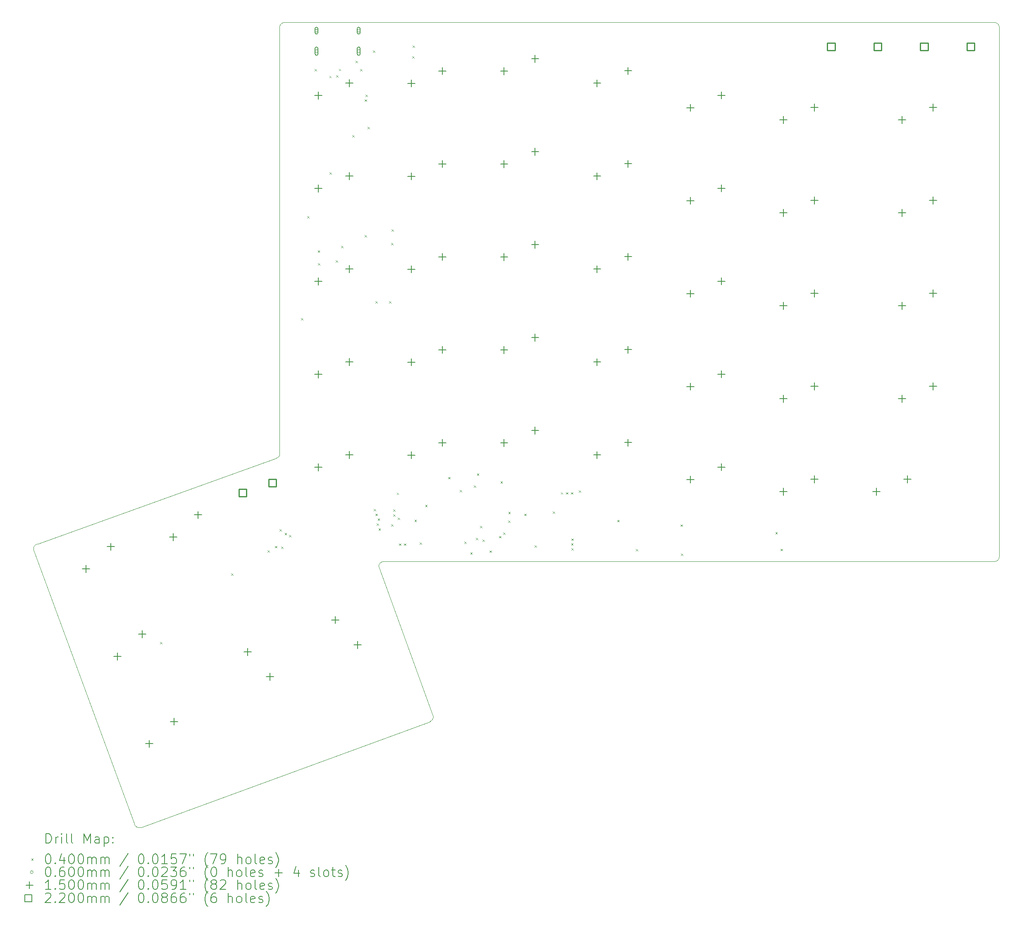
<source format=gbr>
%TF.GenerationSoftware,KiCad,Pcbnew,7.0.5*%
%TF.CreationDate,2025-01-08T21:55:05-05:00*%
%TF.ProjectId,JasonSplitErgoKeyboard_Right,4a61736f-6e53-4706-9c69-744572676f4b,rev?*%
%TF.SameCoordinates,Original*%
%TF.FileFunction,Drillmap*%
%TF.FilePolarity,Positive*%
%FSLAX45Y45*%
G04 Gerber Fmt 4.5, Leading zero omitted, Abs format (unit mm)*
G04 Created by KiCad (PCBNEW 7.0.5) date 2025-01-08 21:55:05*
%MOMM*%
%LPD*%
G01*
G04 APERTURE LIST*
%ADD10C,0.100000*%
%ADD11C,0.200000*%
%ADD12C,0.040000*%
%ADD13C,0.060000*%
%ADD14C,0.150000*%
%ADD15C,0.220000*%
G04 APERTURE END LIST*
D10*
X13489000Y-5704000D02*
G75*
G03*
X13389000Y-5804000I0J-100000D01*
G01*
X13325422Y-14633290D02*
G75*
G03*
X13389000Y-14575913I-16422J82110D01*
G01*
X13389000Y-14575913D02*
X13389000Y-5804000D01*
X10411389Y-22124412D02*
G75*
G03*
X10557000Y-22203289I105611J21122D01*
G01*
X28029000Y-16753290D02*
G75*
G03*
X28129000Y-16653289I0J100000D01*
G01*
X28129000Y-16653289D02*
X28129000Y-5804000D01*
X28029000Y-16753289D02*
X15519000Y-16753289D01*
X8349000Y-16513289D02*
X10411388Y-22124412D01*
X15419000Y-16853289D02*
X16539000Y-19933289D01*
X13489000Y-5704000D02*
X28029000Y-5704000D01*
X16472526Y-20033289D02*
X10557000Y-22203289D01*
X8429000Y-16393290D02*
G75*
G03*
X8349000Y-16513289I20000J-100000D01*
G01*
X8429000Y-16393289D02*
X13325422Y-14633289D01*
X28129000Y-5804000D02*
G75*
G03*
X28029000Y-5704000I-100000J0D01*
G01*
X15519000Y-16753290D02*
G75*
G03*
X15419000Y-16853289I0J-100000D01*
G01*
X16472528Y-20033293D02*
G75*
G03*
X16539000Y-19933289I-42018J100023D01*
G01*
D11*
D12*
X10937000Y-18402000D02*
X10977000Y-18442000D01*
X10977000Y-18402000D02*
X10937000Y-18442000D01*
X12398000Y-16999000D02*
X12438000Y-17039000D01*
X12438000Y-16999000D02*
X12398000Y-17039000D01*
X13144000Y-16519450D02*
X13184000Y-16559450D01*
X13184000Y-16519450D02*
X13144000Y-16559450D01*
X13294000Y-16433000D02*
X13334000Y-16473000D01*
X13334000Y-16433000D02*
X13294000Y-16473000D01*
X13386194Y-16088806D02*
X13426194Y-16128806D01*
X13426194Y-16088806D02*
X13386194Y-16128806D01*
X13419000Y-16448900D02*
X13459000Y-16488900D01*
X13459000Y-16448900D02*
X13419000Y-16488900D01*
X13493119Y-16163938D02*
X13533119Y-16203938D01*
X13533119Y-16163938D02*
X13493119Y-16203938D01*
X13581000Y-16211550D02*
X13621000Y-16251550D01*
X13621000Y-16211550D02*
X13581000Y-16251550D01*
X13825000Y-11761000D02*
X13865000Y-11801000D01*
X13865000Y-11761000D02*
X13825000Y-11801000D01*
X13951000Y-9672000D02*
X13991000Y-9712000D01*
X13991000Y-9672000D02*
X13951000Y-9712000D01*
X14109000Y-6655550D02*
X14149000Y-6695550D01*
X14149000Y-6655550D02*
X14109000Y-6695550D01*
X14170000Y-10377000D02*
X14210000Y-10417000D01*
X14210000Y-10377000D02*
X14170000Y-10417000D01*
X14172000Y-10637000D02*
X14212000Y-10677000D01*
X14212000Y-10637000D02*
X14172000Y-10677000D01*
X14407450Y-6797550D02*
X14447450Y-6837550D01*
X14447450Y-6797550D02*
X14407450Y-6837550D01*
X14408000Y-8775000D02*
X14448000Y-8815000D01*
X14448000Y-8775000D02*
X14408000Y-8815000D01*
X14538000Y-10576450D02*
X14578000Y-10616450D01*
X14578000Y-10576450D02*
X14538000Y-10616450D01*
X14547000Y-6787000D02*
X14587000Y-6827000D01*
X14587000Y-6787000D02*
X14547000Y-6827000D01*
X14601050Y-6655000D02*
X14641050Y-6695000D01*
X14641050Y-6655000D02*
X14601050Y-6695000D01*
X14650000Y-10282000D02*
X14690000Y-10322000D01*
X14690000Y-10282000D02*
X14650000Y-10322000D01*
X14879000Y-8012000D02*
X14919000Y-8052000D01*
X14919000Y-8012000D02*
X14879000Y-8052000D01*
X14942000Y-6489550D02*
X14982000Y-6529550D01*
X14982000Y-6489550D02*
X14942000Y-6529550D01*
X15035000Y-6660550D02*
X15075000Y-6700550D01*
X15075000Y-6660550D02*
X15035000Y-6700550D01*
X15133000Y-10062000D02*
X15173000Y-10102000D01*
X15173000Y-10062000D02*
X15133000Y-10102000D01*
X15133526Y-7281719D02*
X15173526Y-7321719D01*
X15173526Y-7281719D02*
X15133526Y-7321719D01*
X15146000Y-7182550D02*
X15186000Y-7222550D01*
X15186000Y-7182550D02*
X15146000Y-7222550D01*
X15193000Y-7847000D02*
X15233000Y-7887000D01*
X15233000Y-7847000D02*
X15193000Y-7887000D01*
X15298000Y-6277550D02*
X15338000Y-6317550D01*
X15338000Y-6277550D02*
X15298000Y-6317550D01*
X15317050Y-15674438D02*
X15357050Y-15714438D01*
X15357050Y-15674438D02*
X15317050Y-15714438D01*
X15352000Y-11419000D02*
X15392000Y-11459000D01*
X15392000Y-11419000D02*
X15352000Y-11459000D01*
X15352050Y-15771984D02*
X15392050Y-15811984D01*
X15392050Y-15771984D02*
X15352050Y-15811984D01*
X15376000Y-15972951D02*
X15416000Y-16012951D01*
X15416000Y-15972951D02*
X15376000Y-16012951D01*
X15396550Y-15871596D02*
X15436550Y-15911596D01*
X15436550Y-15871596D02*
X15396550Y-15911596D01*
X15414000Y-16071550D02*
X15454000Y-16111550D01*
X15454000Y-16071550D02*
X15414000Y-16111550D01*
X15631000Y-11416000D02*
X15671000Y-11456000D01*
X15671000Y-11416000D02*
X15631000Y-11456000D01*
X15672469Y-15988081D02*
X15712469Y-16028081D01*
X15712469Y-15988081D02*
X15672469Y-16028081D01*
X15674000Y-10221000D02*
X15714000Y-10261000D01*
X15714000Y-10221000D02*
X15674000Y-10261000D01*
X15678000Y-9941000D02*
X15718000Y-9981000D01*
X15718000Y-9941000D02*
X15678000Y-9981000D01*
X15713000Y-15683050D02*
X15753000Y-15723050D01*
X15753000Y-15683050D02*
X15713000Y-15723050D01*
X15713000Y-15783000D02*
X15753000Y-15823000D01*
X15753000Y-15783000D02*
X15713000Y-15823000D01*
X15786000Y-15342000D02*
X15826000Y-15382000D01*
X15826000Y-15342000D02*
X15786000Y-15382000D01*
X15810810Y-15853131D02*
X15850810Y-15893131D01*
X15850810Y-15853131D02*
X15810810Y-15893131D01*
X15833000Y-16381450D02*
X15873000Y-16421450D01*
X15873000Y-16381450D02*
X15833000Y-16421450D01*
X15935000Y-16381450D02*
X15975000Y-16421450D01*
X15975000Y-16381450D02*
X15935000Y-16421450D01*
X16107000Y-6399000D02*
X16147000Y-6439000D01*
X16147000Y-6399000D02*
X16107000Y-6439000D01*
X16112000Y-6176550D02*
X16152000Y-6216550D01*
X16152000Y-6176550D02*
X16112000Y-6216550D01*
X16150000Y-15895000D02*
X16190000Y-15935000D01*
X16190000Y-15895000D02*
X16150000Y-15935000D01*
X16256000Y-16363000D02*
X16296000Y-16403000D01*
X16296000Y-16363000D02*
X16256000Y-16403000D01*
X16371000Y-15589000D02*
X16411000Y-15629000D01*
X16411000Y-15589000D02*
X16371000Y-15629000D01*
X16842250Y-15019500D02*
X16882250Y-15059500D01*
X16882250Y-15019500D02*
X16842250Y-15059500D01*
X17076550Y-15284965D02*
X17116550Y-15324965D01*
X17116550Y-15284965D02*
X17076550Y-15324965D01*
X17171810Y-16342309D02*
X17211810Y-16382309D01*
X17211810Y-16342309D02*
X17171810Y-16382309D01*
X17293994Y-16566704D02*
X17333994Y-16606704D01*
X17333994Y-16566704D02*
X17293994Y-16606704D01*
X17365000Y-15194000D02*
X17405000Y-15234000D01*
X17405000Y-15194000D02*
X17365000Y-15234000D01*
X17409149Y-16265537D02*
X17449149Y-16305537D01*
X17449149Y-16265537D02*
X17409149Y-16305537D01*
X17428500Y-14948000D02*
X17468500Y-14988000D01*
X17468500Y-14948000D02*
X17428500Y-14988000D01*
X17489913Y-16025087D02*
X17529913Y-16065087D01*
X17529913Y-16025087D02*
X17489913Y-16065087D01*
X17541000Y-16302000D02*
X17581000Y-16342000D01*
X17581000Y-16302000D02*
X17541000Y-16342000D01*
X17686063Y-16526450D02*
X17726063Y-16566450D01*
X17726063Y-16526450D02*
X17686063Y-16566450D01*
X17880887Y-16230450D02*
X17920887Y-16270450D01*
X17920887Y-16230450D02*
X17880887Y-16270450D01*
X17912000Y-15110000D02*
X17952000Y-15150000D01*
X17952000Y-15110000D02*
X17912000Y-15150000D01*
X17967000Y-16156450D02*
X18007000Y-16196450D01*
X18007000Y-16156450D02*
X17967000Y-16196450D01*
X18071000Y-15912000D02*
X18111000Y-15952000D01*
X18111000Y-15912000D02*
X18071000Y-15952000D01*
X18073000Y-15734000D02*
X18113000Y-15774000D01*
X18113000Y-15734000D02*
X18073000Y-15774000D01*
X18400694Y-15772450D02*
X18440694Y-15812450D01*
X18440694Y-15772450D02*
X18400694Y-15812450D01*
X18607500Y-16418500D02*
X18647500Y-16458500D01*
X18647500Y-16418500D02*
X18607500Y-16458500D01*
X18985000Y-15724699D02*
X19025000Y-15764699D01*
X19025000Y-15724699D02*
X18985000Y-15764699D01*
X19148000Y-15333550D02*
X19188000Y-15373550D01*
X19188000Y-15333550D02*
X19148000Y-15373550D01*
X19254000Y-15333550D02*
X19294000Y-15373550D01*
X19294000Y-15333550D02*
X19254000Y-15373550D01*
X19353950Y-15333550D02*
X19393950Y-15373550D01*
X19393950Y-15333550D02*
X19353950Y-15373550D01*
X19359874Y-16380072D02*
X19399874Y-16420072D01*
X19399874Y-16380072D02*
X19359874Y-16420072D01*
X19362000Y-16480000D02*
X19402000Y-16520000D01*
X19402000Y-16480000D02*
X19362000Y-16520000D01*
X19365073Y-16280257D02*
X19405073Y-16320257D01*
X19405073Y-16280257D02*
X19365073Y-16320257D01*
X19516000Y-15297000D02*
X19556000Y-15337000D01*
X19556000Y-15297000D02*
X19516000Y-15337000D01*
X20306000Y-15899000D02*
X20346000Y-15939000D01*
X20346000Y-15899000D02*
X20306000Y-15939000D01*
X20685000Y-16494000D02*
X20725000Y-16534000D01*
X20725000Y-16494000D02*
X20685000Y-16534000D01*
X21597000Y-15993000D02*
X21637000Y-16033000D01*
X21637000Y-15993000D02*
X21597000Y-16033000D01*
X21607000Y-16587450D02*
X21647000Y-16627450D01*
X21647000Y-16587450D02*
X21607000Y-16627450D01*
X23542000Y-16147000D02*
X23582000Y-16187000D01*
X23582000Y-16147000D02*
X23542000Y-16187000D01*
X23648000Y-16492000D02*
X23688000Y-16532000D01*
X23688000Y-16492000D02*
X23648000Y-16532000D01*
D13*
X14174000Y-5872000D02*
G75*
G03*
X14174000Y-5872000I-30000J0D01*
G01*
D11*
X14114000Y-5832000D02*
X14114000Y-5912000D01*
X14114000Y-5912000D02*
G75*
G03*
X14174000Y-5912000I30000J0D01*
G01*
X14174000Y-5912000D02*
X14174000Y-5832000D01*
X14174000Y-5832000D02*
G75*
G03*
X14114000Y-5832000I-30000J0D01*
G01*
D13*
X14174000Y-6292000D02*
G75*
G03*
X14174000Y-6292000I-30000J0D01*
G01*
D11*
X14114000Y-6237000D02*
X14114000Y-6347000D01*
X14114000Y-6347000D02*
G75*
G03*
X14174000Y-6347000I30000J0D01*
G01*
X14174000Y-6347000D02*
X14174000Y-6237000D01*
X14174000Y-6237000D02*
G75*
G03*
X14114000Y-6237000I-30000J0D01*
G01*
D13*
X15038000Y-5872000D02*
G75*
G03*
X15038000Y-5872000I-30000J0D01*
G01*
D11*
X14978000Y-5832000D02*
X14978000Y-5912000D01*
X14978000Y-5912000D02*
G75*
G03*
X15038000Y-5912000I30000J0D01*
G01*
X15038000Y-5912000D02*
X15038000Y-5832000D01*
X15038000Y-5832000D02*
G75*
G03*
X14978000Y-5832000I-30000J0D01*
G01*
D13*
X15038000Y-6292000D02*
G75*
G03*
X15038000Y-6292000I-30000J0D01*
G01*
D11*
X14978000Y-6237000D02*
X14978000Y-6347000D01*
X14978000Y-6347000D02*
G75*
G03*
X15038000Y-6347000I30000J0D01*
G01*
X15038000Y-6347000D02*
X15038000Y-6237000D01*
X15038000Y-6237000D02*
G75*
G03*
X14978000Y-6237000I-30000J0D01*
G01*
D14*
X9420168Y-16829865D02*
X9420168Y-16979865D01*
X9345168Y-16904865D02*
X9495168Y-16904865D01*
X9930000Y-16374000D02*
X9930000Y-16524000D01*
X9855000Y-16449000D02*
X10005000Y-16449000D01*
X10067168Y-18619865D02*
X10067168Y-18769865D01*
X9992168Y-18694865D02*
X10142168Y-18694865D01*
X10577000Y-18164000D02*
X10577000Y-18314000D01*
X10502000Y-18239000D02*
X10652000Y-18239000D01*
X10717740Y-20412374D02*
X10717740Y-20562374D01*
X10642740Y-20487374D02*
X10792740Y-20487374D01*
X11209168Y-16177865D02*
X11209168Y-16327865D01*
X11134168Y-16252865D02*
X11284168Y-16252865D01*
X11227572Y-19956509D02*
X11227572Y-20106509D01*
X11152572Y-20031509D02*
X11302572Y-20031509D01*
X11719000Y-15722000D02*
X11719000Y-15872000D01*
X11644000Y-15797000D02*
X11794000Y-15797000D01*
X12735626Y-18527740D02*
X12735626Y-18677740D01*
X12660626Y-18602740D02*
X12810626Y-18602740D01*
X13191491Y-19037572D02*
X13191491Y-19187572D01*
X13116491Y-19112572D02*
X13266491Y-19112572D01*
X14181000Y-7125000D02*
X14181000Y-7275000D01*
X14106000Y-7200000D02*
X14256000Y-7200000D01*
X14181000Y-9030000D02*
X14181000Y-9180000D01*
X14106000Y-9105000D02*
X14256000Y-9105000D01*
X14181000Y-10935000D02*
X14181000Y-11085000D01*
X14106000Y-11010000D02*
X14256000Y-11010000D01*
X14181000Y-12840000D02*
X14181000Y-12990000D01*
X14106000Y-12915000D02*
X14256000Y-12915000D01*
X14181000Y-14745000D02*
X14181000Y-14895000D01*
X14106000Y-14820000D02*
X14256000Y-14820000D01*
X14529372Y-17873104D02*
X14529372Y-18023104D01*
X14454372Y-17948104D02*
X14604372Y-17948104D01*
X14816000Y-6871000D02*
X14816000Y-7021000D01*
X14741000Y-6946000D02*
X14891000Y-6946000D01*
X14816000Y-8776000D02*
X14816000Y-8926000D01*
X14741000Y-8851000D02*
X14891000Y-8851000D01*
X14816000Y-10681000D02*
X14816000Y-10831000D01*
X14741000Y-10756000D02*
X14891000Y-10756000D01*
X14816000Y-12586000D02*
X14816000Y-12736000D01*
X14741000Y-12661000D02*
X14891000Y-12661000D01*
X14816000Y-14491000D02*
X14816000Y-14641000D01*
X14741000Y-14566000D02*
X14891000Y-14566000D01*
X14985237Y-18382936D02*
X14985237Y-18532936D01*
X14910237Y-18457936D02*
X15060237Y-18457936D01*
X16085000Y-6875000D02*
X16085000Y-7025000D01*
X16010000Y-6950000D02*
X16160000Y-6950000D01*
X16085000Y-8780000D02*
X16085000Y-8930000D01*
X16010000Y-8855000D02*
X16160000Y-8855000D01*
X16085000Y-10685000D02*
X16085000Y-10835000D01*
X16010000Y-10760000D02*
X16160000Y-10760000D01*
X16085000Y-12590000D02*
X16085000Y-12740000D01*
X16010000Y-12665000D02*
X16160000Y-12665000D01*
X16085000Y-14495000D02*
X16085000Y-14645000D01*
X16010000Y-14570000D02*
X16160000Y-14570000D01*
X16720000Y-6621000D02*
X16720000Y-6771000D01*
X16645000Y-6696000D02*
X16795000Y-6696000D01*
X16720000Y-8526000D02*
X16720000Y-8676000D01*
X16645000Y-8601000D02*
X16795000Y-8601000D01*
X16720000Y-10431000D02*
X16720000Y-10581000D01*
X16645000Y-10506000D02*
X16795000Y-10506000D01*
X16720000Y-12336000D02*
X16720000Y-12486000D01*
X16645000Y-12411000D02*
X16795000Y-12411000D01*
X16720000Y-14241000D02*
X16720000Y-14391000D01*
X16645000Y-14316000D02*
X16795000Y-14316000D01*
X17987000Y-6624000D02*
X17987000Y-6774000D01*
X17912000Y-6699000D02*
X18062000Y-6699000D01*
X17987000Y-8529000D02*
X17987000Y-8679000D01*
X17912000Y-8604000D02*
X18062000Y-8604000D01*
X17987000Y-10434000D02*
X17987000Y-10584000D01*
X17912000Y-10509000D02*
X18062000Y-10509000D01*
X17987000Y-12339000D02*
X17987000Y-12489000D01*
X17912000Y-12414000D02*
X18062000Y-12414000D01*
X17987000Y-14244000D02*
X17987000Y-14394000D01*
X17912000Y-14319000D02*
X18062000Y-14319000D01*
X18622000Y-6370000D02*
X18622000Y-6520000D01*
X18547000Y-6445000D02*
X18697000Y-6445000D01*
X18622000Y-8275000D02*
X18622000Y-8425000D01*
X18547000Y-8350000D02*
X18697000Y-8350000D01*
X18622000Y-10180000D02*
X18622000Y-10330000D01*
X18547000Y-10255000D02*
X18697000Y-10255000D01*
X18622000Y-12085000D02*
X18622000Y-12235000D01*
X18547000Y-12160000D02*
X18697000Y-12160000D01*
X18622000Y-13990000D02*
X18622000Y-14140000D01*
X18547000Y-14065000D02*
X18697000Y-14065000D01*
X19891000Y-6874000D02*
X19891000Y-7024000D01*
X19816000Y-6949000D02*
X19966000Y-6949000D01*
X19891000Y-8779000D02*
X19891000Y-8929000D01*
X19816000Y-8854000D02*
X19966000Y-8854000D01*
X19891000Y-10684000D02*
X19891000Y-10834000D01*
X19816000Y-10759000D02*
X19966000Y-10759000D01*
X19891000Y-12589000D02*
X19891000Y-12739000D01*
X19816000Y-12664000D02*
X19966000Y-12664000D01*
X19891000Y-14494000D02*
X19891000Y-14644000D01*
X19816000Y-14569000D02*
X19966000Y-14569000D01*
X20526000Y-6620000D02*
X20526000Y-6770000D01*
X20451000Y-6695000D02*
X20601000Y-6695000D01*
X20526000Y-8525000D02*
X20526000Y-8675000D01*
X20451000Y-8600000D02*
X20601000Y-8600000D01*
X20526000Y-10430000D02*
X20526000Y-10580000D01*
X20451000Y-10505000D02*
X20601000Y-10505000D01*
X20526000Y-12335000D02*
X20526000Y-12485000D01*
X20451000Y-12410000D02*
X20601000Y-12410000D01*
X20526000Y-14240000D02*
X20526000Y-14390000D01*
X20451000Y-14315000D02*
X20601000Y-14315000D01*
X21801000Y-7375000D02*
X21801000Y-7525000D01*
X21726000Y-7450000D02*
X21876000Y-7450000D01*
X21802000Y-9280000D02*
X21802000Y-9430000D01*
X21727000Y-9355000D02*
X21877000Y-9355000D01*
X21802000Y-11185000D02*
X21802000Y-11335000D01*
X21727000Y-11260000D02*
X21877000Y-11260000D01*
X21802000Y-13090000D02*
X21802000Y-13240000D01*
X21727000Y-13165000D02*
X21877000Y-13165000D01*
X21802000Y-14995000D02*
X21802000Y-15145000D01*
X21727000Y-15070000D02*
X21877000Y-15070000D01*
X22436000Y-7121000D02*
X22436000Y-7271000D01*
X22361000Y-7196000D02*
X22511000Y-7196000D01*
X22437000Y-9026000D02*
X22437000Y-9176000D01*
X22362000Y-9101000D02*
X22512000Y-9101000D01*
X22437000Y-10931000D02*
X22437000Y-11081000D01*
X22362000Y-11006000D02*
X22512000Y-11006000D01*
X22437000Y-12836000D02*
X22437000Y-12986000D01*
X22362000Y-12911000D02*
X22512000Y-12911000D01*
X22437000Y-14741000D02*
X22437000Y-14891000D01*
X22362000Y-14816000D02*
X22512000Y-14816000D01*
X23706000Y-7623000D02*
X23706000Y-7773000D01*
X23631000Y-7698000D02*
X23781000Y-7698000D01*
X23706000Y-9528000D02*
X23706000Y-9678000D01*
X23631000Y-9603000D02*
X23781000Y-9603000D01*
X23706000Y-11433000D02*
X23706000Y-11583000D01*
X23631000Y-11508000D02*
X23781000Y-11508000D01*
X23706000Y-13338000D02*
X23706000Y-13488000D01*
X23631000Y-13413000D02*
X23781000Y-13413000D01*
X23706000Y-15243000D02*
X23706000Y-15393000D01*
X23631000Y-15318000D02*
X23781000Y-15318000D01*
X24341000Y-7369000D02*
X24341000Y-7519000D01*
X24266000Y-7444000D02*
X24416000Y-7444000D01*
X24341000Y-9274000D02*
X24341000Y-9424000D01*
X24266000Y-9349000D02*
X24416000Y-9349000D01*
X24341000Y-11179000D02*
X24341000Y-11329000D01*
X24266000Y-11254000D02*
X24416000Y-11254000D01*
X24341000Y-13084000D02*
X24341000Y-13234000D01*
X24266000Y-13159000D02*
X24416000Y-13159000D01*
X24341000Y-14989000D02*
X24341000Y-15139000D01*
X24266000Y-15064000D02*
X24416000Y-15064000D01*
X25610000Y-15243000D02*
X25610000Y-15393000D01*
X25535000Y-15318000D02*
X25685000Y-15318000D01*
X26138000Y-7624000D02*
X26138000Y-7774000D01*
X26063000Y-7699000D02*
X26213000Y-7699000D01*
X26138000Y-9529000D02*
X26138000Y-9679000D01*
X26063000Y-9604000D02*
X26213000Y-9604000D01*
X26138000Y-11434000D02*
X26138000Y-11584000D01*
X26063000Y-11509000D02*
X26213000Y-11509000D01*
X26138000Y-13339000D02*
X26138000Y-13489000D01*
X26063000Y-13414000D02*
X26213000Y-13414000D01*
X26245000Y-14989000D02*
X26245000Y-15139000D01*
X26170000Y-15064000D02*
X26320000Y-15064000D01*
X26773000Y-7370000D02*
X26773000Y-7520000D01*
X26698000Y-7445000D02*
X26848000Y-7445000D01*
X26773000Y-9275000D02*
X26773000Y-9425000D01*
X26698000Y-9350000D02*
X26848000Y-9350000D01*
X26773000Y-11180000D02*
X26773000Y-11330000D01*
X26698000Y-11255000D02*
X26848000Y-11255000D01*
X26773000Y-13085000D02*
X26773000Y-13235000D01*
X26698000Y-13160000D02*
X26848000Y-13160000D01*
D15*
X12708782Y-15422782D02*
X12708782Y-15267217D01*
X12553217Y-15267217D01*
X12553217Y-15422782D01*
X12708782Y-15422782D01*
X13319782Y-15218782D02*
X13319782Y-15063217D01*
X13164217Y-15063217D01*
X13164217Y-15218782D01*
X13319782Y-15218782D01*
X24762282Y-6279782D02*
X24762282Y-6124217D01*
X24606717Y-6124217D01*
X24606717Y-6279782D01*
X24762282Y-6279782D01*
X25714782Y-6279782D02*
X25714782Y-6124217D01*
X25559217Y-6124217D01*
X25559217Y-6279782D01*
X25714782Y-6279782D01*
X26667282Y-6279782D02*
X26667282Y-6124217D01*
X26511717Y-6124217D01*
X26511717Y-6279782D01*
X26667282Y-6279782D01*
X27619782Y-6279782D02*
X27619782Y-6124217D01*
X27464217Y-6124217D01*
X27464217Y-6279782D01*
X27619782Y-6279782D01*
D11*
X8602797Y-22527476D02*
X8602797Y-22327476D01*
X8602797Y-22327476D02*
X8650416Y-22327476D01*
X8650416Y-22327476D02*
X8678987Y-22337000D01*
X8678987Y-22337000D02*
X8698035Y-22356048D01*
X8698035Y-22356048D02*
X8707559Y-22375095D01*
X8707559Y-22375095D02*
X8717082Y-22413191D01*
X8717082Y-22413191D02*
X8717082Y-22441762D01*
X8717082Y-22441762D02*
X8707559Y-22479857D01*
X8707559Y-22479857D02*
X8698035Y-22498905D01*
X8698035Y-22498905D02*
X8678987Y-22517953D01*
X8678987Y-22517953D02*
X8650416Y-22527476D01*
X8650416Y-22527476D02*
X8602797Y-22527476D01*
X8802797Y-22527476D02*
X8802797Y-22394143D01*
X8802797Y-22432238D02*
X8812320Y-22413191D01*
X8812320Y-22413191D02*
X8821844Y-22403667D01*
X8821844Y-22403667D02*
X8840892Y-22394143D01*
X8840892Y-22394143D02*
X8859940Y-22394143D01*
X8926606Y-22527476D02*
X8926606Y-22394143D01*
X8926606Y-22327476D02*
X8917082Y-22337000D01*
X8917082Y-22337000D02*
X8926606Y-22346524D01*
X8926606Y-22346524D02*
X8936130Y-22337000D01*
X8936130Y-22337000D02*
X8926606Y-22327476D01*
X8926606Y-22327476D02*
X8926606Y-22346524D01*
X9050416Y-22527476D02*
X9031368Y-22517953D01*
X9031368Y-22517953D02*
X9021844Y-22498905D01*
X9021844Y-22498905D02*
X9021844Y-22327476D01*
X9155178Y-22527476D02*
X9136130Y-22517953D01*
X9136130Y-22517953D02*
X9126606Y-22498905D01*
X9126606Y-22498905D02*
X9126606Y-22327476D01*
X9383749Y-22527476D02*
X9383749Y-22327476D01*
X9383749Y-22327476D02*
X9450416Y-22470333D01*
X9450416Y-22470333D02*
X9517082Y-22327476D01*
X9517082Y-22327476D02*
X9517082Y-22527476D01*
X9698035Y-22527476D02*
X9698035Y-22422714D01*
X9698035Y-22422714D02*
X9688511Y-22403667D01*
X9688511Y-22403667D02*
X9669463Y-22394143D01*
X9669463Y-22394143D02*
X9631368Y-22394143D01*
X9631368Y-22394143D02*
X9612320Y-22403667D01*
X9698035Y-22517953D02*
X9678987Y-22527476D01*
X9678987Y-22527476D02*
X9631368Y-22527476D01*
X9631368Y-22527476D02*
X9612320Y-22517953D01*
X9612320Y-22517953D02*
X9602797Y-22498905D01*
X9602797Y-22498905D02*
X9602797Y-22479857D01*
X9602797Y-22479857D02*
X9612320Y-22460810D01*
X9612320Y-22460810D02*
X9631368Y-22451286D01*
X9631368Y-22451286D02*
X9678987Y-22451286D01*
X9678987Y-22451286D02*
X9698035Y-22441762D01*
X9793273Y-22394143D02*
X9793273Y-22594143D01*
X9793273Y-22403667D02*
X9812320Y-22394143D01*
X9812320Y-22394143D02*
X9850416Y-22394143D01*
X9850416Y-22394143D02*
X9869463Y-22403667D01*
X9869463Y-22403667D02*
X9878987Y-22413191D01*
X9878987Y-22413191D02*
X9888511Y-22432238D01*
X9888511Y-22432238D02*
X9888511Y-22489381D01*
X9888511Y-22489381D02*
X9878987Y-22508429D01*
X9878987Y-22508429D02*
X9869463Y-22517953D01*
X9869463Y-22517953D02*
X9850416Y-22527476D01*
X9850416Y-22527476D02*
X9812320Y-22527476D01*
X9812320Y-22527476D02*
X9793273Y-22517953D01*
X9974225Y-22508429D02*
X9983749Y-22517953D01*
X9983749Y-22517953D02*
X9974225Y-22527476D01*
X9974225Y-22527476D02*
X9964701Y-22517953D01*
X9964701Y-22517953D02*
X9974225Y-22508429D01*
X9974225Y-22508429D02*
X9974225Y-22527476D01*
X9974225Y-22403667D02*
X9983749Y-22413191D01*
X9983749Y-22413191D02*
X9974225Y-22422714D01*
X9974225Y-22422714D02*
X9964701Y-22413191D01*
X9964701Y-22413191D02*
X9974225Y-22403667D01*
X9974225Y-22403667D02*
X9974225Y-22422714D01*
D12*
X8302020Y-22835993D02*
X8342020Y-22875993D01*
X8342020Y-22835993D02*
X8302020Y-22875993D01*
D11*
X8640892Y-22747476D02*
X8659940Y-22747476D01*
X8659940Y-22747476D02*
X8678987Y-22757000D01*
X8678987Y-22757000D02*
X8688511Y-22766524D01*
X8688511Y-22766524D02*
X8698035Y-22785572D01*
X8698035Y-22785572D02*
X8707559Y-22823667D01*
X8707559Y-22823667D02*
X8707559Y-22871286D01*
X8707559Y-22871286D02*
X8698035Y-22909381D01*
X8698035Y-22909381D02*
X8688511Y-22928429D01*
X8688511Y-22928429D02*
X8678987Y-22937953D01*
X8678987Y-22937953D02*
X8659940Y-22947476D01*
X8659940Y-22947476D02*
X8640892Y-22947476D01*
X8640892Y-22947476D02*
X8621844Y-22937953D01*
X8621844Y-22937953D02*
X8612320Y-22928429D01*
X8612320Y-22928429D02*
X8602797Y-22909381D01*
X8602797Y-22909381D02*
X8593273Y-22871286D01*
X8593273Y-22871286D02*
X8593273Y-22823667D01*
X8593273Y-22823667D02*
X8602797Y-22785572D01*
X8602797Y-22785572D02*
X8612320Y-22766524D01*
X8612320Y-22766524D02*
X8621844Y-22757000D01*
X8621844Y-22757000D02*
X8640892Y-22747476D01*
X8793273Y-22928429D02*
X8802797Y-22937953D01*
X8802797Y-22937953D02*
X8793273Y-22947476D01*
X8793273Y-22947476D02*
X8783749Y-22937953D01*
X8783749Y-22937953D02*
X8793273Y-22928429D01*
X8793273Y-22928429D02*
X8793273Y-22947476D01*
X8974225Y-22814143D02*
X8974225Y-22947476D01*
X8926606Y-22737953D02*
X8878987Y-22880810D01*
X8878987Y-22880810D02*
X9002797Y-22880810D01*
X9117082Y-22747476D02*
X9136130Y-22747476D01*
X9136130Y-22747476D02*
X9155178Y-22757000D01*
X9155178Y-22757000D02*
X9164701Y-22766524D01*
X9164701Y-22766524D02*
X9174225Y-22785572D01*
X9174225Y-22785572D02*
X9183749Y-22823667D01*
X9183749Y-22823667D02*
X9183749Y-22871286D01*
X9183749Y-22871286D02*
X9174225Y-22909381D01*
X9174225Y-22909381D02*
X9164701Y-22928429D01*
X9164701Y-22928429D02*
X9155178Y-22937953D01*
X9155178Y-22937953D02*
X9136130Y-22947476D01*
X9136130Y-22947476D02*
X9117082Y-22947476D01*
X9117082Y-22947476D02*
X9098035Y-22937953D01*
X9098035Y-22937953D02*
X9088511Y-22928429D01*
X9088511Y-22928429D02*
X9078987Y-22909381D01*
X9078987Y-22909381D02*
X9069463Y-22871286D01*
X9069463Y-22871286D02*
X9069463Y-22823667D01*
X9069463Y-22823667D02*
X9078987Y-22785572D01*
X9078987Y-22785572D02*
X9088511Y-22766524D01*
X9088511Y-22766524D02*
X9098035Y-22757000D01*
X9098035Y-22757000D02*
X9117082Y-22747476D01*
X9307559Y-22747476D02*
X9326606Y-22747476D01*
X9326606Y-22747476D02*
X9345654Y-22757000D01*
X9345654Y-22757000D02*
X9355178Y-22766524D01*
X9355178Y-22766524D02*
X9364701Y-22785572D01*
X9364701Y-22785572D02*
X9374225Y-22823667D01*
X9374225Y-22823667D02*
X9374225Y-22871286D01*
X9374225Y-22871286D02*
X9364701Y-22909381D01*
X9364701Y-22909381D02*
X9355178Y-22928429D01*
X9355178Y-22928429D02*
X9345654Y-22937953D01*
X9345654Y-22937953D02*
X9326606Y-22947476D01*
X9326606Y-22947476D02*
X9307559Y-22947476D01*
X9307559Y-22947476D02*
X9288511Y-22937953D01*
X9288511Y-22937953D02*
X9278987Y-22928429D01*
X9278987Y-22928429D02*
X9269463Y-22909381D01*
X9269463Y-22909381D02*
X9259940Y-22871286D01*
X9259940Y-22871286D02*
X9259940Y-22823667D01*
X9259940Y-22823667D02*
X9269463Y-22785572D01*
X9269463Y-22785572D02*
X9278987Y-22766524D01*
X9278987Y-22766524D02*
X9288511Y-22757000D01*
X9288511Y-22757000D02*
X9307559Y-22747476D01*
X9459940Y-22947476D02*
X9459940Y-22814143D01*
X9459940Y-22833191D02*
X9469463Y-22823667D01*
X9469463Y-22823667D02*
X9488511Y-22814143D01*
X9488511Y-22814143D02*
X9517082Y-22814143D01*
X9517082Y-22814143D02*
X9536130Y-22823667D01*
X9536130Y-22823667D02*
X9545654Y-22842714D01*
X9545654Y-22842714D02*
X9545654Y-22947476D01*
X9545654Y-22842714D02*
X9555178Y-22823667D01*
X9555178Y-22823667D02*
X9574225Y-22814143D01*
X9574225Y-22814143D02*
X9602797Y-22814143D01*
X9602797Y-22814143D02*
X9621844Y-22823667D01*
X9621844Y-22823667D02*
X9631368Y-22842714D01*
X9631368Y-22842714D02*
X9631368Y-22947476D01*
X9726606Y-22947476D02*
X9726606Y-22814143D01*
X9726606Y-22833191D02*
X9736130Y-22823667D01*
X9736130Y-22823667D02*
X9755178Y-22814143D01*
X9755178Y-22814143D02*
X9783749Y-22814143D01*
X9783749Y-22814143D02*
X9802797Y-22823667D01*
X9802797Y-22823667D02*
X9812321Y-22842714D01*
X9812321Y-22842714D02*
X9812321Y-22947476D01*
X9812321Y-22842714D02*
X9821844Y-22823667D01*
X9821844Y-22823667D02*
X9840892Y-22814143D01*
X9840892Y-22814143D02*
X9869463Y-22814143D01*
X9869463Y-22814143D02*
X9888511Y-22823667D01*
X9888511Y-22823667D02*
X9898035Y-22842714D01*
X9898035Y-22842714D02*
X9898035Y-22947476D01*
X10288511Y-22737953D02*
X10117083Y-22995095D01*
X10545654Y-22747476D02*
X10564702Y-22747476D01*
X10564702Y-22747476D02*
X10583749Y-22757000D01*
X10583749Y-22757000D02*
X10593273Y-22766524D01*
X10593273Y-22766524D02*
X10602797Y-22785572D01*
X10602797Y-22785572D02*
X10612321Y-22823667D01*
X10612321Y-22823667D02*
X10612321Y-22871286D01*
X10612321Y-22871286D02*
X10602797Y-22909381D01*
X10602797Y-22909381D02*
X10593273Y-22928429D01*
X10593273Y-22928429D02*
X10583749Y-22937953D01*
X10583749Y-22937953D02*
X10564702Y-22947476D01*
X10564702Y-22947476D02*
X10545654Y-22947476D01*
X10545654Y-22947476D02*
X10526606Y-22937953D01*
X10526606Y-22937953D02*
X10517083Y-22928429D01*
X10517083Y-22928429D02*
X10507559Y-22909381D01*
X10507559Y-22909381D02*
X10498035Y-22871286D01*
X10498035Y-22871286D02*
X10498035Y-22823667D01*
X10498035Y-22823667D02*
X10507559Y-22785572D01*
X10507559Y-22785572D02*
X10517083Y-22766524D01*
X10517083Y-22766524D02*
X10526606Y-22757000D01*
X10526606Y-22757000D02*
X10545654Y-22747476D01*
X10698035Y-22928429D02*
X10707559Y-22937953D01*
X10707559Y-22937953D02*
X10698035Y-22947476D01*
X10698035Y-22947476D02*
X10688511Y-22937953D01*
X10688511Y-22937953D02*
X10698035Y-22928429D01*
X10698035Y-22928429D02*
X10698035Y-22947476D01*
X10831368Y-22747476D02*
X10850416Y-22747476D01*
X10850416Y-22747476D02*
X10869464Y-22757000D01*
X10869464Y-22757000D02*
X10878987Y-22766524D01*
X10878987Y-22766524D02*
X10888511Y-22785572D01*
X10888511Y-22785572D02*
X10898035Y-22823667D01*
X10898035Y-22823667D02*
X10898035Y-22871286D01*
X10898035Y-22871286D02*
X10888511Y-22909381D01*
X10888511Y-22909381D02*
X10878987Y-22928429D01*
X10878987Y-22928429D02*
X10869464Y-22937953D01*
X10869464Y-22937953D02*
X10850416Y-22947476D01*
X10850416Y-22947476D02*
X10831368Y-22947476D01*
X10831368Y-22947476D02*
X10812321Y-22937953D01*
X10812321Y-22937953D02*
X10802797Y-22928429D01*
X10802797Y-22928429D02*
X10793273Y-22909381D01*
X10793273Y-22909381D02*
X10783749Y-22871286D01*
X10783749Y-22871286D02*
X10783749Y-22823667D01*
X10783749Y-22823667D02*
X10793273Y-22785572D01*
X10793273Y-22785572D02*
X10802797Y-22766524D01*
X10802797Y-22766524D02*
X10812321Y-22757000D01*
X10812321Y-22757000D02*
X10831368Y-22747476D01*
X11088511Y-22947476D02*
X10974225Y-22947476D01*
X11031368Y-22947476D02*
X11031368Y-22747476D01*
X11031368Y-22747476D02*
X11012321Y-22776048D01*
X11012321Y-22776048D02*
X10993273Y-22795095D01*
X10993273Y-22795095D02*
X10974225Y-22804619D01*
X11269463Y-22747476D02*
X11174225Y-22747476D01*
X11174225Y-22747476D02*
X11164702Y-22842714D01*
X11164702Y-22842714D02*
X11174225Y-22833191D01*
X11174225Y-22833191D02*
X11193273Y-22823667D01*
X11193273Y-22823667D02*
X11240892Y-22823667D01*
X11240892Y-22823667D02*
X11259940Y-22833191D01*
X11259940Y-22833191D02*
X11269463Y-22842714D01*
X11269463Y-22842714D02*
X11278987Y-22861762D01*
X11278987Y-22861762D02*
X11278987Y-22909381D01*
X11278987Y-22909381D02*
X11269463Y-22928429D01*
X11269463Y-22928429D02*
X11259940Y-22937953D01*
X11259940Y-22937953D02*
X11240892Y-22947476D01*
X11240892Y-22947476D02*
X11193273Y-22947476D01*
X11193273Y-22947476D02*
X11174225Y-22937953D01*
X11174225Y-22937953D02*
X11164702Y-22928429D01*
X11345654Y-22747476D02*
X11478987Y-22747476D01*
X11478987Y-22747476D02*
X11393273Y-22947476D01*
X11545654Y-22747476D02*
X11545654Y-22785572D01*
X11621844Y-22747476D02*
X11621844Y-22785572D01*
X11917083Y-23023667D02*
X11907559Y-23014143D01*
X11907559Y-23014143D02*
X11888511Y-22985572D01*
X11888511Y-22985572D02*
X11878987Y-22966524D01*
X11878987Y-22966524D02*
X11869464Y-22937953D01*
X11869464Y-22937953D02*
X11859940Y-22890333D01*
X11859940Y-22890333D02*
X11859940Y-22852238D01*
X11859940Y-22852238D02*
X11869464Y-22804619D01*
X11869464Y-22804619D02*
X11878987Y-22776048D01*
X11878987Y-22776048D02*
X11888511Y-22757000D01*
X11888511Y-22757000D02*
X11907559Y-22728429D01*
X11907559Y-22728429D02*
X11917083Y-22718905D01*
X11974225Y-22747476D02*
X12107559Y-22747476D01*
X12107559Y-22747476D02*
X12021844Y-22947476D01*
X12193273Y-22947476D02*
X12231368Y-22947476D01*
X12231368Y-22947476D02*
X12250416Y-22937953D01*
X12250416Y-22937953D02*
X12259940Y-22928429D01*
X12259940Y-22928429D02*
X12278987Y-22899857D01*
X12278987Y-22899857D02*
X12288511Y-22861762D01*
X12288511Y-22861762D02*
X12288511Y-22785572D01*
X12288511Y-22785572D02*
X12278987Y-22766524D01*
X12278987Y-22766524D02*
X12269464Y-22757000D01*
X12269464Y-22757000D02*
X12250416Y-22747476D01*
X12250416Y-22747476D02*
X12212321Y-22747476D01*
X12212321Y-22747476D02*
X12193273Y-22757000D01*
X12193273Y-22757000D02*
X12183749Y-22766524D01*
X12183749Y-22766524D02*
X12174225Y-22785572D01*
X12174225Y-22785572D02*
X12174225Y-22833191D01*
X12174225Y-22833191D02*
X12183749Y-22852238D01*
X12183749Y-22852238D02*
X12193273Y-22861762D01*
X12193273Y-22861762D02*
X12212321Y-22871286D01*
X12212321Y-22871286D02*
X12250416Y-22871286D01*
X12250416Y-22871286D02*
X12269464Y-22861762D01*
X12269464Y-22861762D02*
X12278987Y-22852238D01*
X12278987Y-22852238D02*
X12288511Y-22833191D01*
X12526606Y-22947476D02*
X12526606Y-22747476D01*
X12612321Y-22947476D02*
X12612321Y-22842714D01*
X12612321Y-22842714D02*
X12602797Y-22823667D01*
X12602797Y-22823667D02*
X12583749Y-22814143D01*
X12583749Y-22814143D02*
X12555178Y-22814143D01*
X12555178Y-22814143D02*
X12536130Y-22823667D01*
X12536130Y-22823667D02*
X12526606Y-22833191D01*
X12736130Y-22947476D02*
X12717083Y-22937953D01*
X12717083Y-22937953D02*
X12707559Y-22928429D01*
X12707559Y-22928429D02*
X12698035Y-22909381D01*
X12698035Y-22909381D02*
X12698035Y-22852238D01*
X12698035Y-22852238D02*
X12707559Y-22833191D01*
X12707559Y-22833191D02*
X12717083Y-22823667D01*
X12717083Y-22823667D02*
X12736130Y-22814143D01*
X12736130Y-22814143D02*
X12764702Y-22814143D01*
X12764702Y-22814143D02*
X12783749Y-22823667D01*
X12783749Y-22823667D02*
X12793273Y-22833191D01*
X12793273Y-22833191D02*
X12802797Y-22852238D01*
X12802797Y-22852238D02*
X12802797Y-22909381D01*
X12802797Y-22909381D02*
X12793273Y-22928429D01*
X12793273Y-22928429D02*
X12783749Y-22937953D01*
X12783749Y-22937953D02*
X12764702Y-22947476D01*
X12764702Y-22947476D02*
X12736130Y-22947476D01*
X12917083Y-22947476D02*
X12898035Y-22937953D01*
X12898035Y-22937953D02*
X12888511Y-22918905D01*
X12888511Y-22918905D02*
X12888511Y-22747476D01*
X13069464Y-22937953D02*
X13050416Y-22947476D01*
X13050416Y-22947476D02*
X13012321Y-22947476D01*
X13012321Y-22947476D02*
X12993273Y-22937953D01*
X12993273Y-22937953D02*
X12983749Y-22918905D01*
X12983749Y-22918905D02*
X12983749Y-22842714D01*
X12983749Y-22842714D02*
X12993273Y-22823667D01*
X12993273Y-22823667D02*
X13012321Y-22814143D01*
X13012321Y-22814143D02*
X13050416Y-22814143D01*
X13050416Y-22814143D02*
X13069464Y-22823667D01*
X13069464Y-22823667D02*
X13078987Y-22842714D01*
X13078987Y-22842714D02*
X13078987Y-22861762D01*
X13078987Y-22861762D02*
X12983749Y-22880810D01*
X13155178Y-22937953D02*
X13174226Y-22947476D01*
X13174226Y-22947476D02*
X13212321Y-22947476D01*
X13212321Y-22947476D02*
X13231368Y-22937953D01*
X13231368Y-22937953D02*
X13240892Y-22918905D01*
X13240892Y-22918905D02*
X13240892Y-22909381D01*
X13240892Y-22909381D02*
X13231368Y-22890333D01*
X13231368Y-22890333D02*
X13212321Y-22880810D01*
X13212321Y-22880810D02*
X13183749Y-22880810D01*
X13183749Y-22880810D02*
X13164702Y-22871286D01*
X13164702Y-22871286D02*
X13155178Y-22852238D01*
X13155178Y-22852238D02*
X13155178Y-22842714D01*
X13155178Y-22842714D02*
X13164702Y-22823667D01*
X13164702Y-22823667D02*
X13183749Y-22814143D01*
X13183749Y-22814143D02*
X13212321Y-22814143D01*
X13212321Y-22814143D02*
X13231368Y-22823667D01*
X13307559Y-23023667D02*
X13317083Y-23014143D01*
X13317083Y-23014143D02*
X13336130Y-22985572D01*
X13336130Y-22985572D02*
X13345654Y-22966524D01*
X13345654Y-22966524D02*
X13355178Y-22937953D01*
X13355178Y-22937953D02*
X13364702Y-22890333D01*
X13364702Y-22890333D02*
X13364702Y-22852238D01*
X13364702Y-22852238D02*
X13355178Y-22804619D01*
X13355178Y-22804619D02*
X13345654Y-22776048D01*
X13345654Y-22776048D02*
X13336130Y-22757000D01*
X13336130Y-22757000D02*
X13317083Y-22728429D01*
X13317083Y-22728429D02*
X13307559Y-22718905D01*
D13*
X8342020Y-23119993D02*
G75*
G03*
X8342020Y-23119993I-30000J0D01*
G01*
D11*
X8640892Y-23011476D02*
X8659940Y-23011476D01*
X8659940Y-23011476D02*
X8678987Y-23021000D01*
X8678987Y-23021000D02*
X8688511Y-23030524D01*
X8688511Y-23030524D02*
X8698035Y-23049572D01*
X8698035Y-23049572D02*
X8707559Y-23087667D01*
X8707559Y-23087667D02*
X8707559Y-23135286D01*
X8707559Y-23135286D02*
X8698035Y-23173381D01*
X8698035Y-23173381D02*
X8688511Y-23192429D01*
X8688511Y-23192429D02*
X8678987Y-23201953D01*
X8678987Y-23201953D02*
X8659940Y-23211476D01*
X8659940Y-23211476D02*
X8640892Y-23211476D01*
X8640892Y-23211476D02*
X8621844Y-23201953D01*
X8621844Y-23201953D02*
X8612320Y-23192429D01*
X8612320Y-23192429D02*
X8602797Y-23173381D01*
X8602797Y-23173381D02*
X8593273Y-23135286D01*
X8593273Y-23135286D02*
X8593273Y-23087667D01*
X8593273Y-23087667D02*
X8602797Y-23049572D01*
X8602797Y-23049572D02*
X8612320Y-23030524D01*
X8612320Y-23030524D02*
X8621844Y-23021000D01*
X8621844Y-23021000D02*
X8640892Y-23011476D01*
X8793273Y-23192429D02*
X8802797Y-23201953D01*
X8802797Y-23201953D02*
X8793273Y-23211476D01*
X8793273Y-23211476D02*
X8783749Y-23201953D01*
X8783749Y-23201953D02*
X8793273Y-23192429D01*
X8793273Y-23192429D02*
X8793273Y-23211476D01*
X8974225Y-23011476D02*
X8936130Y-23011476D01*
X8936130Y-23011476D02*
X8917082Y-23021000D01*
X8917082Y-23021000D02*
X8907559Y-23030524D01*
X8907559Y-23030524D02*
X8888511Y-23059095D01*
X8888511Y-23059095D02*
X8878987Y-23097191D01*
X8878987Y-23097191D02*
X8878987Y-23173381D01*
X8878987Y-23173381D02*
X8888511Y-23192429D01*
X8888511Y-23192429D02*
X8898035Y-23201953D01*
X8898035Y-23201953D02*
X8917082Y-23211476D01*
X8917082Y-23211476D02*
X8955178Y-23211476D01*
X8955178Y-23211476D02*
X8974225Y-23201953D01*
X8974225Y-23201953D02*
X8983749Y-23192429D01*
X8983749Y-23192429D02*
X8993273Y-23173381D01*
X8993273Y-23173381D02*
X8993273Y-23125762D01*
X8993273Y-23125762D02*
X8983749Y-23106714D01*
X8983749Y-23106714D02*
X8974225Y-23097191D01*
X8974225Y-23097191D02*
X8955178Y-23087667D01*
X8955178Y-23087667D02*
X8917082Y-23087667D01*
X8917082Y-23087667D02*
X8898035Y-23097191D01*
X8898035Y-23097191D02*
X8888511Y-23106714D01*
X8888511Y-23106714D02*
X8878987Y-23125762D01*
X9117082Y-23011476D02*
X9136130Y-23011476D01*
X9136130Y-23011476D02*
X9155178Y-23021000D01*
X9155178Y-23021000D02*
X9164701Y-23030524D01*
X9164701Y-23030524D02*
X9174225Y-23049572D01*
X9174225Y-23049572D02*
X9183749Y-23087667D01*
X9183749Y-23087667D02*
X9183749Y-23135286D01*
X9183749Y-23135286D02*
X9174225Y-23173381D01*
X9174225Y-23173381D02*
X9164701Y-23192429D01*
X9164701Y-23192429D02*
X9155178Y-23201953D01*
X9155178Y-23201953D02*
X9136130Y-23211476D01*
X9136130Y-23211476D02*
X9117082Y-23211476D01*
X9117082Y-23211476D02*
X9098035Y-23201953D01*
X9098035Y-23201953D02*
X9088511Y-23192429D01*
X9088511Y-23192429D02*
X9078987Y-23173381D01*
X9078987Y-23173381D02*
X9069463Y-23135286D01*
X9069463Y-23135286D02*
X9069463Y-23087667D01*
X9069463Y-23087667D02*
X9078987Y-23049572D01*
X9078987Y-23049572D02*
X9088511Y-23030524D01*
X9088511Y-23030524D02*
X9098035Y-23021000D01*
X9098035Y-23021000D02*
X9117082Y-23011476D01*
X9307559Y-23011476D02*
X9326606Y-23011476D01*
X9326606Y-23011476D02*
X9345654Y-23021000D01*
X9345654Y-23021000D02*
X9355178Y-23030524D01*
X9355178Y-23030524D02*
X9364701Y-23049572D01*
X9364701Y-23049572D02*
X9374225Y-23087667D01*
X9374225Y-23087667D02*
X9374225Y-23135286D01*
X9374225Y-23135286D02*
X9364701Y-23173381D01*
X9364701Y-23173381D02*
X9355178Y-23192429D01*
X9355178Y-23192429D02*
X9345654Y-23201953D01*
X9345654Y-23201953D02*
X9326606Y-23211476D01*
X9326606Y-23211476D02*
X9307559Y-23211476D01*
X9307559Y-23211476D02*
X9288511Y-23201953D01*
X9288511Y-23201953D02*
X9278987Y-23192429D01*
X9278987Y-23192429D02*
X9269463Y-23173381D01*
X9269463Y-23173381D02*
X9259940Y-23135286D01*
X9259940Y-23135286D02*
X9259940Y-23087667D01*
X9259940Y-23087667D02*
X9269463Y-23049572D01*
X9269463Y-23049572D02*
X9278987Y-23030524D01*
X9278987Y-23030524D02*
X9288511Y-23021000D01*
X9288511Y-23021000D02*
X9307559Y-23011476D01*
X9459940Y-23211476D02*
X9459940Y-23078143D01*
X9459940Y-23097191D02*
X9469463Y-23087667D01*
X9469463Y-23087667D02*
X9488511Y-23078143D01*
X9488511Y-23078143D02*
X9517082Y-23078143D01*
X9517082Y-23078143D02*
X9536130Y-23087667D01*
X9536130Y-23087667D02*
X9545654Y-23106714D01*
X9545654Y-23106714D02*
X9545654Y-23211476D01*
X9545654Y-23106714D02*
X9555178Y-23087667D01*
X9555178Y-23087667D02*
X9574225Y-23078143D01*
X9574225Y-23078143D02*
X9602797Y-23078143D01*
X9602797Y-23078143D02*
X9621844Y-23087667D01*
X9621844Y-23087667D02*
X9631368Y-23106714D01*
X9631368Y-23106714D02*
X9631368Y-23211476D01*
X9726606Y-23211476D02*
X9726606Y-23078143D01*
X9726606Y-23097191D02*
X9736130Y-23087667D01*
X9736130Y-23087667D02*
X9755178Y-23078143D01*
X9755178Y-23078143D02*
X9783749Y-23078143D01*
X9783749Y-23078143D02*
X9802797Y-23087667D01*
X9802797Y-23087667D02*
X9812321Y-23106714D01*
X9812321Y-23106714D02*
X9812321Y-23211476D01*
X9812321Y-23106714D02*
X9821844Y-23087667D01*
X9821844Y-23087667D02*
X9840892Y-23078143D01*
X9840892Y-23078143D02*
X9869463Y-23078143D01*
X9869463Y-23078143D02*
X9888511Y-23087667D01*
X9888511Y-23087667D02*
X9898035Y-23106714D01*
X9898035Y-23106714D02*
X9898035Y-23211476D01*
X10288511Y-23001953D02*
X10117083Y-23259095D01*
X10545654Y-23011476D02*
X10564702Y-23011476D01*
X10564702Y-23011476D02*
X10583749Y-23021000D01*
X10583749Y-23021000D02*
X10593273Y-23030524D01*
X10593273Y-23030524D02*
X10602797Y-23049572D01*
X10602797Y-23049572D02*
X10612321Y-23087667D01*
X10612321Y-23087667D02*
X10612321Y-23135286D01*
X10612321Y-23135286D02*
X10602797Y-23173381D01*
X10602797Y-23173381D02*
X10593273Y-23192429D01*
X10593273Y-23192429D02*
X10583749Y-23201953D01*
X10583749Y-23201953D02*
X10564702Y-23211476D01*
X10564702Y-23211476D02*
X10545654Y-23211476D01*
X10545654Y-23211476D02*
X10526606Y-23201953D01*
X10526606Y-23201953D02*
X10517083Y-23192429D01*
X10517083Y-23192429D02*
X10507559Y-23173381D01*
X10507559Y-23173381D02*
X10498035Y-23135286D01*
X10498035Y-23135286D02*
X10498035Y-23087667D01*
X10498035Y-23087667D02*
X10507559Y-23049572D01*
X10507559Y-23049572D02*
X10517083Y-23030524D01*
X10517083Y-23030524D02*
X10526606Y-23021000D01*
X10526606Y-23021000D02*
X10545654Y-23011476D01*
X10698035Y-23192429D02*
X10707559Y-23201953D01*
X10707559Y-23201953D02*
X10698035Y-23211476D01*
X10698035Y-23211476D02*
X10688511Y-23201953D01*
X10688511Y-23201953D02*
X10698035Y-23192429D01*
X10698035Y-23192429D02*
X10698035Y-23211476D01*
X10831368Y-23011476D02*
X10850416Y-23011476D01*
X10850416Y-23011476D02*
X10869464Y-23021000D01*
X10869464Y-23021000D02*
X10878987Y-23030524D01*
X10878987Y-23030524D02*
X10888511Y-23049572D01*
X10888511Y-23049572D02*
X10898035Y-23087667D01*
X10898035Y-23087667D02*
X10898035Y-23135286D01*
X10898035Y-23135286D02*
X10888511Y-23173381D01*
X10888511Y-23173381D02*
X10878987Y-23192429D01*
X10878987Y-23192429D02*
X10869464Y-23201953D01*
X10869464Y-23201953D02*
X10850416Y-23211476D01*
X10850416Y-23211476D02*
X10831368Y-23211476D01*
X10831368Y-23211476D02*
X10812321Y-23201953D01*
X10812321Y-23201953D02*
X10802797Y-23192429D01*
X10802797Y-23192429D02*
X10793273Y-23173381D01*
X10793273Y-23173381D02*
X10783749Y-23135286D01*
X10783749Y-23135286D02*
X10783749Y-23087667D01*
X10783749Y-23087667D02*
X10793273Y-23049572D01*
X10793273Y-23049572D02*
X10802797Y-23030524D01*
X10802797Y-23030524D02*
X10812321Y-23021000D01*
X10812321Y-23021000D02*
X10831368Y-23011476D01*
X10974225Y-23030524D02*
X10983749Y-23021000D01*
X10983749Y-23021000D02*
X11002797Y-23011476D01*
X11002797Y-23011476D02*
X11050416Y-23011476D01*
X11050416Y-23011476D02*
X11069464Y-23021000D01*
X11069464Y-23021000D02*
X11078987Y-23030524D01*
X11078987Y-23030524D02*
X11088511Y-23049572D01*
X11088511Y-23049572D02*
X11088511Y-23068619D01*
X11088511Y-23068619D02*
X11078987Y-23097191D01*
X11078987Y-23097191D02*
X10964702Y-23211476D01*
X10964702Y-23211476D02*
X11088511Y-23211476D01*
X11155178Y-23011476D02*
X11278987Y-23011476D01*
X11278987Y-23011476D02*
X11212321Y-23087667D01*
X11212321Y-23087667D02*
X11240892Y-23087667D01*
X11240892Y-23087667D02*
X11259940Y-23097191D01*
X11259940Y-23097191D02*
X11269463Y-23106714D01*
X11269463Y-23106714D02*
X11278987Y-23125762D01*
X11278987Y-23125762D02*
X11278987Y-23173381D01*
X11278987Y-23173381D02*
X11269463Y-23192429D01*
X11269463Y-23192429D02*
X11259940Y-23201953D01*
X11259940Y-23201953D02*
X11240892Y-23211476D01*
X11240892Y-23211476D02*
X11183749Y-23211476D01*
X11183749Y-23211476D02*
X11164702Y-23201953D01*
X11164702Y-23201953D02*
X11155178Y-23192429D01*
X11450416Y-23011476D02*
X11412321Y-23011476D01*
X11412321Y-23011476D02*
X11393273Y-23021000D01*
X11393273Y-23021000D02*
X11383749Y-23030524D01*
X11383749Y-23030524D02*
X11364702Y-23059095D01*
X11364702Y-23059095D02*
X11355178Y-23097191D01*
X11355178Y-23097191D02*
X11355178Y-23173381D01*
X11355178Y-23173381D02*
X11364702Y-23192429D01*
X11364702Y-23192429D02*
X11374225Y-23201953D01*
X11374225Y-23201953D02*
X11393273Y-23211476D01*
X11393273Y-23211476D02*
X11431368Y-23211476D01*
X11431368Y-23211476D02*
X11450416Y-23201953D01*
X11450416Y-23201953D02*
X11459940Y-23192429D01*
X11459940Y-23192429D02*
X11469463Y-23173381D01*
X11469463Y-23173381D02*
X11469463Y-23125762D01*
X11469463Y-23125762D02*
X11459940Y-23106714D01*
X11459940Y-23106714D02*
X11450416Y-23097191D01*
X11450416Y-23097191D02*
X11431368Y-23087667D01*
X11431368Y-23087667D02*
X11393273Y-23087667D01*
X11393273Y-23087667D02*
X11374225Y-23097191D01*
X11374225Y-23097191D02*
X11364702Y-23106714D01*
X11364702Y-23106714D02*
X11355178Y-23125762D01*
X11545654Y-23011476D02*
X11545654Y-23049572D01*
X11621844Y-23011476D02*
X11621844Y-23049572D01*
X11917083Y-23287667D02*
X11907559Y-23278143D01*
X11907559Y-23278143D02*
X11888511Y-23249572D01*
X11888511Y-23249572D02*
X11878987Y-23230524D01*
X11878987Y-23230524D02*
X11869464Y-23201953D01*
X11869464Y-23201953D02*
X11859940Y-23154333D01*
X11859940Y-23154333D02*
X11859940Y-23116238D01*
X11859940Y-23116238D02*
X11869464Y-23068619D01*
X11869464Y-23068619D02*
X11878987Y-23040048D01*
X11878987Y-23040048D02*
X11888511Y-23021000D01*
X11888511Y-23021000D02*
X11907559Y-22992429D01*
X11907559Y-22992429D02*
X11917083Y-22982905D01*
X12031368Y-23011476D02*
X12050416Y-23011476D01*
X12050416Y-23011476D02*
X12069464Y-23021000D01*
X12069464Y-23021000D02*
X12078987Y-23030524D01*
X12078987Y-23030524D02*
X12088511Y-23049572D01*
X12088511Y-23049572D02*
X12098035Y-23087667D01*
X12098035Y-23087667D02*
X12098035Y-23135286D01*
X12098035Y-23135286D02*
X12088511Y-23173381D01*
X12088511Y-23173381D02*
X12078987Y-23192429D01*
X12078987Y-23192429D02*
X12069464Y-23201953D01*
X12069464Y-23201953D02*
X12050416Y-23211476D01*
X12050416Y-23211476D02*
X12031368Y-23211476D01*
X12031368Y-23211476D02*
X12012321Y-23201953D01*
X12012321Y-23201953D02*
X12002797Y-23192429D01*
X12002797Y-23192429D02*
X11993273Y-23173381D01*
X11993273Y-23173381D02*
X11983749Y-23135286D01*
X11983749Y-23135286D02*
X11983749Y-23087667D01*
X11983749Y-23087667D02*
X11993273Y-23049572D01*
X11993273Y-23049572D02*
X12002797Y-23030524D01*
X12002797Y-23030524D02*
X12012321Y-23021000D01*
X12012321Y-23021000D02*
X12031368Y-23011476D01*
X12336130Y-23211476D02*
X12336130Y-23011476D01*
X12421845Y-23211476D02*
X12421845Y-23106714D01*
X12421845Y-23106714D02*
X12412321Y-23087667D01*
X12412321Y-23087667D02*
X12393273Y-23078143D01*
X12393273Y-23078143D02*
X12364702Y-23078143D01*
X12364702Y-23078143D02*
X12345654Y-23087667D01*
X12345654Y-23087667D02*
X12336130Y-23097191D01*
X12545654Y-23211476D02*
X12526606Y-23201953D01*
X12526606Y-23201953D02*
X12517083Y-23192429D01*
X12517083Y-23192429D02*
X12507559Y-23173381D01*
X12507559Y-23173381D02*
X12507559Y-23116238D01*
X12507559Y-23116238D02*
X12517083Y-23097191D01*
X12517083Y-23097191D02*
X12526606Y-23087667D01*
X12526606Y-23087667D02*
X12545654Y-23078143D01*
X12545654Y-23078143D02*
X12574226Y-23078143D01*
X12574226Y-23078143D02*
X12593273Y-23087667D01*
X12593273Y-23087667D02*
X12602797Y-23097191D01*
X12602797Y-23097191D02*
X12612321Y-23116238D01*
X12612321Y-23116238D02*
X12612321Y-23173381D01*
X12612321Y-23173381D02*
X12602797Y-23192429D01*
X12602797Y-23192429D02*
X12593273Y-23201953D01*
X12593273Y-23201953D02*
X12574226Y-23211476D01*
X12574226Y-23211476D02*
X12545654Y-23211476D01*
X12726606Y-23211476D02*
X12707559Y-23201953D01*
X12707559Y-23201953D02*
X12698035Y-23182905D01*
X12698035Y-23182905D02*
X12698035Y-23011476D01*
X12878987Y-23201953D02*
X12859940Y-23211476D01*
X12859940Y-23211476D02*
X12821845Y-23211476D01*
X12821845Y-23211476D02*
X12802797Y-23201953D01*
X12802797Y-23201953D02*
X12793273Y-23182905D01*
X12793273Y-23182905D02*
X12793273Y-23106714D01*
X12793273Y-23106714D02*
X12802797Y-23087667D01*
X12802797Y-23087667D02*
X12821845Y-23078143D01*
X12821845Y-23078143D02*
X12859940Y-23078143D01*
X12859940Y-23078143D02*
X12878987Y-23087667D01*
X12878987Y-23087667D02*
X12888511Y-23106714D01*
X12888511Y-23106714D02*
X12888511Y-23125762D01*
X12888511Y-23125762D02*
X12793273Y-23144810D01*
X12964702Y-23201953D02*
X12983749Y-23211476D01*
X12983749Y-23211476D02*
X13021845Y-23211476D01*
X13021845Y-23211476D02*
X13040892Y-23201953D01*
X13040892Y-23201953D02*
X13050416Y-23182905D01*
X13050416Y-23182905D02*
X13050416Y-23173381D01*
X13050416Y-23173381D02*
X13040892Y-23154333D01*
X13040892Y-23154333D02*
X13021845Y-23144810D01*
X13021845Y-23144810D02*
X12993273Y-23144810D01*
X12993273Y-23144810D02*
X12974226Y-23135286D01*
X12974226Y-23135286D02*
X12964702Y-23116238D01*
X12964702Y-23116238D02*
X12964702Y-23106714D01*
X12964702Y-23106714D02*
X12974226Y-23087667D01*
X12974226Y-23087667D02*
X12993273Y-23078143D01*
X12993273Y-23078143D02*
X13021845Y-23078143D01*
X13021845Y-23078143D02*
X13040892Y-23087667D01*
X13288511Y-23135286D02*
X13440892Y-23135286D01*
X13364702Y-23211476D02*
X13364702Y-23059095D01*
X13774226Y-23078143D02*
X13774226Y-23211476D01*
X13726607Y-23001953D02*
X13678988Y-23144810D01*
X13678988Y-23144810D02*
X13802797Y-23144810D01*
X14021845Y-23201953D02*
X14040892Y-23211476D01*
X14040892Y-23211476D02*
X14078988Y-23211476D01*
X14078988Y-23211476D02*
X14098035Y-23201953D01*
X14098035Y-23201953D02*
X14107559Y-23182905D01*
X14107559Y-23182905D02*
X14107559Y-23173381D01*
X14107559Y-23173381D02*
X14098035Y-23154333D01*
X14098035Y-23154333D02*
X14078988Y-23144810D01*
X14078988Y-23144810D02*
X14050416Y-23144810D01*
X14050416Y-23144810D02*
X14031369Y-23135286D01*
X14031369Y-23135286D02*
X14021845Y-23116238D01*
X14021845Y-23116238D02*
X14021845Y-23106714D01*
X14021845Y-23106714D02*
X14031369Y-23087667D01*
X14031369Y-23087667D02*
X14050416Y-23078143D01*
X14050416Y-23078143D02*
X14078988Y-23078143D01*
X14078988Y-23078143D02*
X14098035Y-23087667D01*
X14221845Y-23211476D02*
X14202797Y-23201953D01*
X14202797Y-23201953D02*
X14193273Y-23182905D01*
X14193273Y-23182905D02*
X14193273Y-23011476D01*
X14326607Y-23211476D02*
X14307559Y-23201953D01*
X14307559Y-23201953D02*
X14298035Y-23192429D01*
X14298035Y-23192429D02*
X14288511Y-23173381D01*
X14288511Y-23173381D02*
X14288511Y-23116238D01*
X14288511Y-23116238D02*
X14298035Y-23097191D01*
X14298035Y-23097191D02*
X14307559Y-23087667D01*
X14307559Y-23087667D02*
X14326607Y-23078143D01*
X14326607Y-23078143D02*
X14355178Y-23078143D01*
X14355178Y-23078143D02*
X14374226Y-23087667D01*
X14374226Y-23087667D02*
X14383750Y-23097191D01*
X14383750Y-23097191D02*
X14393273Y-23116238D01*
X14393273Y-23116238D02*
X14393273Y-23173381D01*
X14393273Y-23173381D02*
X14383750Y-23192429D01*
X14383750Y-23192429D02*
X14374226Y-23201953D01*
X14374226Y-23201953D02*
X14355178Y-23211476D01*
X14355178Y-23211476D02*
X14326607Y-23211476D01*
X14450416Y-23078143D02*
X14526607Y-23078143D01*
X14478988Y-23011476D02*
X14478988Y-23182905D01*
X14478988Y-23182905D02*
X14488511Y-23201953D01*
X14488511Y-23201953D02*
X14507559Y-23211476D01*
X14507559Y-23211476D02*
X14526607Y-23211476D01*
X14583750Y-23201953D02*
X14602797Y-23211476D01*
X14602797Y-23211476D02*
X14640892Y-23211476D01*
X14640892Y-23211476D02*
X14659940Y-23201953D01*
X14659940Y-23201953D02*
X14669464Y-23182905D01*
X14669464Y-23182905D02*
X14669464Y-23173381D01*
X14669464Y-23173381D02*
X14659940Y-23154333D01*
X14659940Y-23154333D02*
X14640892Y-23144810D01*
X14640892Y-23144810D02*
X14612321Y-23144810D01*
X14612321Y-23144810D02*
X14593273Y-23135286D01*
X14593273Y-23135286D02*
X14583750Y-23116238D01*
X14583750Y-23116238D02*
X14583750Y-23106714D01*
X14583750Y-23106714D02*
X14593273Y-23087667D01*
X14593273Y-23087667D02*
X14612321Y-23078143D01*
X14612321Y-23078143D02*
X14640892Y-23078143D01*
X14640892Y-23078143D02*
X14659940Y-23087667D01*
X14736131Y-23287667D02*
X14745654Y-23278143D01*
X14745654Y-23278143D02*
X14764702Y-23249572D01*
X14764702Y-23249572D02*
X14774226Y-23230524D01*
X14774226Y-23230524D02*
X14783750Y-23201953D01*
X14783750Y-23201953D02*
X14793273Y-23154333D01*
X14793273Y-23154333D02*
X14793273Y-23116238D01*
X14793273Y-23116238D02*
X14783750Y-23068619D01*
X14783750Y-23068619D02*
X14774226Y-23040048D01*
X14774226Y-23040048D02*
X14764702Y-23021000D01*
X14764702Y-23021000D02*
X14745654Y-22992429D01*
X14745654Y-22992429D02*
X14736131Y-22982905D01*
D14*
X8267020Y-23308993D02*
X8267020Y-23458993D01*
X8192020Y-23383993D02*
X8342020Y-23383993D01*
D11*
X8707559Y-23475476D02*
X8593273Y-23475476D01*
X8650416Y-23475476D02*
X8650416Y-23275476D01*
X8650416Y-23275476D02*
X8631368Y-23304048D01*
X8631368Y-23304048D02*
X8612320Y-23323095D01*
X8612320Y-23323095D02*
X8593273Y-23332619D01*
X8793273Y-23456429D02*
X8802797Y-23465953D01*
X8802797Y-23465953D02*
X8793273Y-23475476D01*
X8793273Y-23475476D02*
X8783749Y-23465953D01*
X8783749Y-23465953D02*
X8793273Y-23456429D01*
X8793273Y-23456429D02*
X8793273Y-23475476D01*
X8983749Y-23275476D02*
X8888511Y-23275476D01*
X8888511Y-23275476D02*
X8878987Y-23370714D01*
X8878987Y-23370714D02*
X8888511Y-23361191D01*
X8888511Y-23361191D02*
X8907559Y-23351667D01*
X8907559Y-23351667D02*
X8955178Y-23351667D01*
X8955178Y-23351667D02*
X8974225Y-23361191D01*
X8974225Y-23361191D02*
X8983749Y-23370714D01*
X8983749Y-23370714D02*
X8993273Y-23389762D01*
X8993273Y-23389762D02*
X8993273Y-23437381D01*
X8993273Y-23437381D02*
X8983749Y-23456429D01*
X8983749Y-23456429D02*
X8974225Y-23465953D01*
X8974225Y-23465953D02*
X8955178Y-23475476D01*
X8955178Y-23475476D02*
X8907559Y-23475476D01*
X8907559Y-23475476D02*
X8888511Y-23465953D01*
X8888511Y-23465953D02*
X8878987Y-23456429D01*
X9117082Y-23275476D02*
X9136130Y-23275476D01*
X9136130Y-23275476D02*
X9155178Y-23285000D01*
X9155178Y-23285000D02*
X9164701Y-23294524D01*
X9164701Y-23294524D02*
X9174225Y-23313572D01*
X9174225Y-23313572D02*
X9183749Y-23351667D01*
X9183749Y-23351667D02*
X9183749Y-23399286D01*
X9183749Y-23399286D02*
X9174225Y-23437381D01*
X9174225Y-23437381D02*
X9164701Y-23456429D01*
X9164701Y-23456429D02*
X9155178Y-23465953D01*
X9155178Y-23465953D02*
X9136130Y-23475476D01*
X9136130Y-23475476D02*
X9117082Y-23475476D01*
X9117082Y-23475476D02*
X9098035Y-23465953D01*
X9098035Y-23465953D02*
X9088511Y-23456429D01*
X9088511Y-23456429D02*
X9078987Y-23437381D01*
X9078987Y-23437381D02*
X9069463Y-23399286D01*
X9069463Y-23399286D02*
X9069463Y-23351667D01*
X9069463Y-23351667D02*
X9078987Y-23313572D01*
X9078987Y-23313572D02*
X9088511Y-23294524D01*
X9088511Y-23294524D02*
X9098035Y-23285000D01*
X9098035Y-23285000D02*
X9117082Y-23275476D01*
X9307559Y-23275476D02*
X9326606Y-23275476D01*
X9326606Y-23275476D02*
X9345654Y-23285000D01*
X9345654Y-23285000D02*
X9355178Y-23294524D01*
X9355178Y-23294524D02*
X9364701Y-23313572D01*
X9364701Y-23313572D02*
X9374225Y-23351667D01*
X9374225Y-23351667D02*
X9374225Y-23399286D01*
X9374225Y-23399286D02*
X9364701Y-23437381D01*
X9364701Y-23437381D02*
X9355178Y-23456429D01*
X9355178Y-23456429D02*
X9345654Y-23465953D01*
X9345654Y-23465953D02*
X9326606Y-23475476D01*
X9326606Y-23475476D02*
X9307559Y-23475476D01*
X9307559Y-23475476D02*
X9288511Y-23465953D01*
X9288511Y-23465953D02*
X9278987Y-23456429D01*
X9278987Y-23456429D02*
X9269463Y-23437381D01*
X9269463Y-23437381D02*
X9259940Y-23399286D01*
X9259940Y-23399286D02*
X9259940Y-23351667D01*
X9259940Y-23351667D02*
X9269463Y-23313572D01*
X9269463Y-23313572D02*
X9278987Y-23294524D01*
X9278987Y-23294524D02*
X9288511Y-23285000D01*
X9288511Y-23285000D02*
X9307559Y-23275476D01*
X9459940Y-23475476D02*
X9459940Y-23342143D01*
X9459940Y-23361191D02*
X9469463Y-23351667D01*
X9469463Y-23351667D02*
X9488511Y-23342143D01*
X9488511Y-23342143D02*
X9517082Y-23342143D01*
X9517082Y-23342143D02*
X9536130Y-23351667D01*
X9536130Y-23351667D02*
X9545654Y-23370714D01*
X9545654Y-23370714D02*
X9545654Y-23475476D01*
X9545654Y-23370714D02*
X9555178Y-23351667D01*
X9555178Y-23351667D02*
X9574225Y-23342143D01*
X9574225Y-23342143D02*
X9602797Y-23342143D01*
X9602797Y-23342143D02*
X9621844Y-23351667D01*
X9621844Y-23351667D02*
X9631368Y-23370714D01*
X9631368Y-23370714D02*
X9631368Y-23475476D01*
X9726606Y-23475476D02*
X9726606Y-23342143D01*
X9726606Y-23361191D02*
X9736130Y-23351667D01*
X9736130Y-23351667D02*
X9755178Y-23342143D01*
X9755178Y-23342143D02*
X9783749Y-23342143D01*
X9783749Y-23342143D02*
X9802797Y-23351667D01*
X9802797Y-23351667D02*
X9812321Y-23370714D01*
X9812321Y-23370714D02*
X9812321Y-23475476D01*
X9812321Y-23370714D02*
X9821844Y-23351667D01*
X9821844Y-23351667D02*
X9840892Y-23342143D01*
X9840892Y-23342143D02*
X9869463Y-23342143D01*
X9869463Y-23342143D02*
X9888511Y-23351667D01*
X9888511Y-23351667D02*
X9898035Y-23370714D01*
X9898035Y-23370714D02*
X9898035Y-23475476D01*
X10288511Y-23265953D02*
X10117083Y-23523095D01*
X10545654Y-23275476D02*
X10564702Y-23275476D01*
X10564702Y-23275476D02*
X10583749Y-23285000D01*
X10583749Y-23285000D02*
X10593273Y-23294524D01*
X10593273Y-23294524D02*
X10602797Y-23313572D01*
X10602797Y-23313572D02*
X10612321Y-23351667D01*
X10612321Y-23351667D02*
X10612321Y-23399286D01*
X10612321Y-23399286D02*
X10602797Y-23437381D01*
X10602797Y-23437381D02*
X10593273Y-23456429D01*
X10593273Y-23456429D02*
X10583749Y-23465953D01*
X10583749Y-23465953D02*
X10564702Y-23475476D01*
X10564702Y-23475476D02*
X10545654Y-23475476D01*
X10545654Y-23475476D02*
X10526606Y-23465953D01*
X10526606Y-23465953D02*
X10517083Y-23456429D01*
X10517083Y-23456429D02*
X10507559Y-23437381D01*
X10507559Y-23437381D02*
X10498035Y-23399286D01*
X10498035Y-23399286D02*
X10498035Y-23351667D01*
X10498035Y-23351667D02*
X10507559Y-23313572D01*
X10507559Y-23313572D02*
X10517083Y-23294524D01*
X10517083Y-23294524D02*
X10526606Y-23285000D01*
X10526606Y-23285000D02*
X10545654Y-23275476D01*
X10698035Y-23456429D02*
X10707559Y-23465953D01*
X10707559Y-23465953D02*
X10698035Y-23475476D01*
X10698035Y-23475476D02*
X10688511Y-23465953D01*
X10688511Y-23465953D02*
X10698035Y-23456429D01*
X10698035Y-23456429D02*
X10698035Y-23475476D01*
X10831368Y-23275476D02*
X10850416Y-23275476D01*
X10850416Y-23275476D02*
X10869464Y-23285000D01*
X10869464Y-23285000D02*
X10878987Y-23294524D01*
X10878987Y-23294524D02*
X10888511Y-23313572D01*
X10888511Y-23313572D02*
X10898035Y-23351667D01*
X10898035Y-23351667D02*
X10898035Y-23399286D01*
X10898035Y-23399286D02*
X10888511Y-23437381D01*
X10888511Y-23437381D02*
X10878987Y-23456429D01*
X10878987Y-23456429D02*
X10869464Y-23465953D01*
X10869464Y-23465953D02*
X10850416Y-23475476D01*
X10850416Y-23475476D02*
X10831368Y-23475476D01*
X10831368Y-23475476D02*
X10812321Y-23465953D01*
X10812321Y-23465953D02*
X10802797Y-23456429D01*
X10802797Y-23456429D02*
X10793273Y-23437381D01*
X10793273Y-23437381D02*
X10783749Y-23399286D01*
X10783749Y-23399286D02*
X10783749Y-23351667D01*
X10783749Y-23351667D02*
X10793273Y-23313572D01*
X10793273Y-23313572D02*
X10802797Y-23294524D01*
X10802797Y-23294524D02*
X10812321Y-23285000D01*
X10812321Y-23285000D02*
X10831368Y-23275476D01*
X11078987Y-23275476D02*
X10983749Y-23275476D01*
X10983749Y-23275476D02*
X10974225Y-23370714D01*
X10974225Y-23370714D02*
X10983749Y-23361191D01*
X10983749Y-23361191D02*
X11002797Y-23351667D01*
X11002797Y-23351667D02*
X11050416Y-23351667D01*
X11050416Y-23351667D02*
X11069464Y-23361191D01*
X11069464Y-23361191D02*
X11078987Y-23370714D01*
X11078987Y-23370714D02*
X11088511Y-23389762D01*
X11088511Y-23389762D02*
X11088511Y-23437381D01*
X11088511Y-23437381D02*
X11078987Y-23456429D01*
X11078987Y-23456429D02*
X11069464Y-23465953D01*
X11069464Y-23465953D02*
X11050416Y-23475476D01*
X11050416Y-23475476D02*
X11002797Y-23475476D01*
X11002797Y-23475476D02*
X10983749Y-23465953D01*
X10983749Y-23465953D02*
X10974225Y-23456429D01*
X11183749Y-23475476D02*
X11221844Y-23475476D01*
X11221844Y-23475476D02*
X11240892Y-23465953D01*
X11240892Y-23465953D02*
X11250416Y-23456429D01*
X11250416Y-23456429D02*
X11269463Y-23427857D01*
X11269463Y-23427857D02*
X11278987Y-23389762D01*
X11278987Y-23389762D02*
X11278987Y-23313572D01*
X11278987Y-23313572D02*
X11269463Y-23294524D01*
X11269463Y-23294524D02*
X11259940Y-23285000D01*
X11259940Y-23285000D02*
X11240892Y-23275476D01*
X11240892Y-23275476D02*
X11202797Y-23275476D01*
X11202797Y-23275476D02*
X11183749Y-23285000D01*
X11183749Y-23285000D02*
X11174225Y-23294524D01*
X11174225Y-23294524D02*
X11164702Y-23313572D01*
X11164702Y-23313572D02*
X11164702Y-23361191D01*
X11164702Y-23361191D02*
X11174225Y-23380238D01*
X11174225Y-23380238D02*
X11183749Y-23389762D01*
X11183749Y-23389762D02*
X11202797Y-23399286D01*
X11202797Y-23399286D02*
X11240892Y-23399286D01*
X11240892Y-23399286D02*
X11259940Y-23389762D01*
X11259940Y-23389762D02*
X11269463Y-23380238D01*
X11269463Y-23380238D02*
X11278987Y-23361191D01*
X11469463Y-23475476D02*
X11355178Y-23475476D01*
X11412321Y-23475476D02*
X11412321Y-23275476D01*
X11412321Y-23275476D02*
X11393273Y-23304048D01*
X11393273Y-23304048D02*
X11374225Y-23323095D01*
X11374225Y-23323095D02*
X11355178Y-23332619D01*
X11545654Y-23275476D02*
X11545654Y-23313572D01*
X11621844Y-23275476D02*
X11621844Y-23313572D01*
X11917083Y-23551667D02*
X11907559Y-23542143D01*
X11907559Y-23542143D02*
X11888511Y-23513572D01*
X11888511Y-23513572D02*
X11878987Y-23494524D01*
X11878987Y-23494524D02*
X11869464Y-23465953D01*
X11869464Y-23465953D02*
X11859940Y-23418333D01*
X11859940Y-23418333D02*
X11859940Y-23380238D01*
X11859940Y-23380238D02*
X11869464Y-23332619D01*
X11869464Y-23332619D02*
X11878987Y-23304048D01*
X11878987Y-23304048D02*
X11888511Y-23285000D01*
X11888511Y-23285000D02*
X11907559Y-23256429D01*
X11907559Y-23256429D02*
X11917083Y-23246905D01*
X12021844Y-23361191D02*
X12002797Y-23351667D01*
X12002797Y-23351667D02*
X11993273Y-23342143D01*
X11993273Y-23342143D02*
X11983749Y-23323095D01*
X11983749Y-23323095D02*
X11983749Y-23313572D01*
X11983749Y-23313572D02*
X11993273Y-23294524D01*
X11993273Y-23294524D02*
X12002797Y-23285000D01*
X12002797Y-23285000D02*
X12021844Y-23275476D01*
X12021844Y-23275476D02*
X12059940Y-23275476D01*
X12059940Y-23275476D02*
X12078987Y-23285000D01*
X12078987Y-23285000D02*
X12088511Y-23294524D01*
X12088511Y-23294524D02*
X12098035Y-23313572D01*
X12098035Y-23313572D02*
X12098035Y-23323095D01*
X12098035Y-23323095D02*
X12088511Y-23342143D01*
X12088511Y-23342143D02*
X12078987Y-23351667D01*
X12078987Y-23351667D02*
X12059940Y-23361191D01*
X12059940Y-23361191D02*
X12021844Y-23361191D01*
X12021844Y-23361191D02*
X12002797Y-23370714D01*
X12002797Y-23370714D02*
X11993273Y-23380238D01*
X11993273Y-23380238D02*
X11983749Y-23399286D01*
X11983749Y-23399286D02*
X11983749Y-23437381D01*
X11983749Y-23437381D02*
X11993273Y-23456429D01*
X11993273Y-23456429D02*
X12002797Y-23465953D01*
X12002797Y-23465953D02*
X12021844Y-23475476D01*
X12021844Y-23475476D02*
X12059940Y-23475476D01*
X12059940Y-23475476D02*
X12078987Y-23465953D01*
X12078987Y-23465953D02*
X12088511Y-23456429D01*
X12088511Y-23456429D02*
X12098035Y-23437381D01*
X12098035Y-23437381D02*
X12098035Y-23399286D01*
X12098035Y-23399286D02*
X12088511Y-23380238D01*
X12088511Y-23380238D02*
X12078987Y-23370714D01*
X12078987Y-23370714D02*
X12059940Y-23361191D01*
X12174225Y-23294524D02*
X12183749Y-23285000D01*
X12183749Y-23285000D02*
X12202797Y-23275476D01*
X12202797Y-23275476D02*
X12250416Y-23275476D01*
X12250416Y-23275476D02*
X12269464Y-23285000D01*
X12269464Y-23285000D02*
X12278987Y-23294524D01*
X12278987Y-23294524D02*
X12288511Y-23313572D01*
X12288511Y-23313572D02*
X12288511Y-23332619D01*
X12288511Y-23332619D02*
X12278987Y-23361191D01*
X12278987Y-23361191D02*
X12164702Y-23475476D01*
X12164702Y-23475476D02*
X12288511Y-23475476D01*
X12526606Y-23475476D02*
X12526606Y-23275476D01*
X12612321Y-23475476D02*
X12612321Y-23370714D01*
X12612321Y-23370714D02*
X12602797Y-23351667D01*
X12602797Y-23351667D02*
X12583749Y-23342143D01*
X12583749Y-23342143D02*
X12555178Y-23342143D01*
X12555178Y-23342143D02*
X12536130Y-23351667D01*
X12536130Y-23351667D02*
X12526606Y-23361191D01*
X12736130Y-23475476D02*
X12717083Y-23465953D01*
X12717083Y-23465953D02*
X12707559Y-23456429D01*
X12707559Y-23456429D02*
X12698035Y-23437381D01*
X12698035Y-23437381D02*
X12698035Y-23380238D01*
X12698035Y-23380238D02*
X12707559Y-23361191D01*
X12707559Y-23361191D02*
X12717083Y-23351667D01*
X12717083Y-23351667D02*
X12736130Y-23342143D01*
X12736130Y-23342143D02*
X12764702Y-23342143D01*
X12764702Y-23342143D02*
X12783749Y-23351667D01*
X12783749Y-23351667D02*
X12793273Y-23361191D01*
X12793273Y-23361191D02*
X12802797Y-23380238D01*
X12802797Y-23380238D02*
X12802797Y-23437381D01*
X12802797Y-23437381D02*
X12793273Y-23456429D01*
X12793273Y-23456429D02*
X12783749Y-23465953D01*
X12783749Y-23465953D02*
X12764702Y-23475476D01*
X12764702Y-23475476D02*
X12736130Y-23475476D01*
X12917083Y-23475476D02*
X12898035Y-23465953D01*
X12898035Y-23465953D02*
X12888511Y-23446905D01*
X12888511Y-23446905D02*
X12888511Y-23275476D01*
X13069464Y-23465953D02*
X13050416Y-23475476D01*
X13050416Y-23475476D02*
X13012321Y-23475476D01*
X13012321Y-23475476D02*
X12993273Y-23465953D01*
X12993273Y-23465953D02*
X12983749Y-23446905D01*
X12983749Y-23446905D02*
X12983749Y-23370714D01*
X12983749Y-23370714D02*
X12993273Y-23351667D01*
X12993273Y-23351667D02*
X13012321Y-23342143D01*
X13012321Y-23342143D02*
X13050416Y-23342143D01*
X13050416Y-23342143D02*
X13069464Y-23351667D01*
X13069464Y-23351667D02*
X13078987Y-23370714D01*
X13078987Y-23370714D02*
X13078987Y-23389762D01*
X13078987Y-23389762D02*
X12983749Y-23408810D01*
X13155178Y-23465953D02*
X13174226Y-23475476D01*
X13174226Y-23475476D02*
X13212321Y-23475476D01*
X13212321Y-23475476D02*
X13231368Y-23465953D01*
X13231368Y-23465953D02*
X13240892Y-23446905D01*
X13240892Y-23446905D02*
X13240892Y-23437381D01*
X13240892Y-23437381D02*
X13231368Y-23418333D01*
X13231368Y-23418333D02*
X13212321Y-23408810D01*
X13212321Y-23408810D02*
X13183749Y-23408810D01*
X13183749Y-23408810D02*
X13164702Y-23399286D01*
X13164702Y-23399286D02*
X13155178Y-23380238D01*
X13155178Y-23380238D02*
X13155178Y-23370714D01*
X13155178Y-23370714D02*
X13164702Y-23351667D01*
X13164702Y-23351667D02*
X13183749Y-23342143D01*
X13183749Y-23342143D02*
X13212321Y-23342143D01*
X13212321Y-23342143D02*
X13231368Y-23351667D01*
X13307559Y-23551667D02*
X13317083Y-23542143D01*
X13317083Y-23542143D02*
X13336130Y-23513572D01*
X13336130Y-23513572D02*
X13345654Y-23494524D01*
X13345654Y-23494524D02*
X13355178Y-23465953D01*
X13355178Y-23465953D02*
X13364702Y-23418333D01*
X13364702Y-23418333D02*
X13364702Y-23380238D01*
X13364702Y-23380238D02*
X13355178Y-23332619D01*
X13355178Y-23332619D02*
X13345654Y-23304048D01*
X13345654Y-23304048D02*
X13336130Y-23285000D01*
X13336130Y-23285000D02*
X13317083Y-23256429D01*
X13317083Y-23256429D02*
X13307559Y-23246905D01*
X8312731Y-23724704D02*
X8312731Y-23583281D01*
X8171308Y-23583281D01*
X8171308Y-23724704D01*
X8312731Y-23724704D01*
X8593273Y-23564524D02*
X8602797Y-23555000D01*
X8602797Y-23555000D02*
X8621844Y-23545476D01*
X8621844Y-23545476D02*
X8669463Y-23545476D01*
X8669463Y-23545476D02*
X8688511Y-23555000D01*
X8688511Y-23555000D02*
X8698035Y-23564524D01*
X8698035Y-23564524D02*
X8707559Y-23583572D01*
X8707559Y-23583572D02*
X8707559Y-23602619D01*
X8707559Y-23602619D02*
X8698035Y-23631191D01*
X8698035Y-23631191D02*
X8583749Y-23745476D01*
X8583749Y-23745476D02*
X8707559Y-23745476D01*
X8793273Y-23726429D02*
X8802797Y-23735953D01*
X8802797Y-23735953D02*
X8793273Y-23745476D01*
X8793273Y-23745476D02*
X8783749Y-23735953D01*
X8783749Y-23735953D02*
X8793273Y-23726429D01*
X8793273Y-23726429D02*
X8793273Y-23745476D01*
X8878987Y-23564524D02*
X8888511Y-23555000D01*
X8888511Y-23555000D02*
X8907559Y-23545476D01*
X8907559Y-23545476D02*
X8955178Y-23545476D01*
X8955178Y-23545476D02*
X8974225Y-23555000D01*
X8974225Y-23555000D02*
X8983749Y-23564524D01*
X8983749Y-23564524D02*
X8993273Y-23583572D01*
X8993273Y-23583572D02*
X8993273Y-23602619D01*
X8993273Y-23602619D02*
X8983749Y-23631191D01*
X8983749Y-23631191D02*
X8869463Y-23745476D01*
X8869463Y-23745476D02*
X8993273Y-23745476D01*
X9117082Y-23545476D02*
X9136130Y-23545476D01*
X9136130Y-23545476D02*
X9155178Y-23555000D01*
X9155178Y-23555000D02*
X9164701Y-23564524D01*
X9164701Y-23564524D02*
X9174225Y-23583572D01*
X9174225Y-23583572D02*
X9183749Y-23621667D01*
X9183749Y-23621667D02*
X9183749Y-23669286D01*
X9183749Y-23669286D02*
X9174225Y-23707381D01*
X9174225Y-23707381D02*
X9164701Y-23726429D01*
X9164701Y-23726429D02*
X9155178Y-23735953D01*
X9155178Y-23735953D02*
X9136130Y-23745476D01*
X9136130Y-23745476D02*
X9117082Y-23745476D01*
X9117082Y-23745476D02*
X9098035Y-23735953D01*
X9098035Y-23735953D02*
X9088511Y-23726429D01*
X9088511Y-23726429D02*
X9078987Y-23707381D01*
X9078987Y-23707381D02*
X9069463Y-23669286D01*
X9069463Y-23669286D02*
X9069463Y-23621667D01*
X9069463Y-23621667D02*
X9078987Y-23583572D01*
X9078987Y-23583572D02*
X9088511Y-23564524D01*
X9088511Y-23564524D02*
X9098035Y-23555000D01*
X9098035Y-23555000D02*
X9117082Y-23545476D01*
X9307559Y-23545476D02*
X9326606Y-23545476D01*
X9326606Y-23545476D02*
X9345654Y-23555000D01*
X9345654Y-23555000D02*
X9355178Y-23564524D01*
X9355178Y-23564524D02*
X9364701Y-23583572D01*
X9364701Y-23583572D02*
X9374225Y-23621667D01*
X9374225Y-23621667D02*
X9374225Y-23669286D01*
X9374225Y-23669286D02*
X9364701Y-23707381D01*
X9364701Y-23707381D02*
X9355178Y-23726429D01*
X9355178Y-23726429D02*
X9345654Y-23735953D01*
X9345654Y-23735953D02*
X9326606Y-23745476D01*
X9326606Y-23745476D02*
X9307559Y-23745476D01*
X9307559Y-23745476D02*
X9288511Y-23735953D01*
X9288511Y-23735953D02*
X9278987Y-23726429D01*
X9278987Y-23726429D02*
X9269463Y-23707381D01*
X9269463Y-23707381D02*
X9259940Y-23669286D01*
X9259940Y-23669286D02*
X9259940Y-23621667D01*
X9259940Y-23621667D02*
X9269463Y-23583572D01*
X9269463Y-23583572D02*
X9278987Y-23564524D01*
X9278987Y-23564524D02*
X9288511Y-23555000D01*
X9288511Y-23555000D02*
X9307559Y-23545476D01*
X9459940Y-23745476D02*
X9459940Y-23612143D01*
X9459940Y-23631191D02*
X9469463Y-23621667D01*
X9469463Y-23621667D02*
X9488511Y-23612143D01*
X9488511Y-23612143D02*
X9517082Y-23612143D01*
X9517082Y-23612143D02*
X9536130Y-23621667D01*
X9536130Y-23621667D02*
X9545654Y-23640714D01*
X9545654Y-23640714D02*
X9545654Y-23745476D01*
X9545654Y-23640714D02*
X9555178Y-23621667D01*
X9555178Y-23621667D02*
X9574225Y-23612143D01*
X9574225Y-23612143D02*
X9602797Y-23612143D01*
X9602797Y-23612143D02*
X9621844Y-23621667D01*
X9621844Y-23621667D02*
X9631368Y-23640714D01*
X9631368Y-23640714D02*
X9631368Y-23745476D01*
X9726606Y-23745476D02*
X9726606Y-23612143D01*
X9726606Y-23631191D02*
X9736130Y-23621667D01*
X9736130Y-23621667D02*
X9755178Y-23612143D01*
X9755178Y-23612143D02*
X9783749Y-23612143D01*
X9783749Y-23612143D02*
X9802797Y-23621667D01*
X9802797Y-23621667D02*
X9812321Y-23640714D01*
X9812321Y-23640714D02*
X9812321Y-23745476D01*
X9812321Y-23640714D02*
X9821844Y-23621667D01*
X9821844Y-23621667D02*
X9840892Y-23612143D01*
X9840892Y-23612143D02*
X9869463Y-23612143D01*
X9869463Y-23612143D02*
X9888511Y-23621667D01*
X9888511Y-23621667D02*
X9898035Y-23640714D01*
X9898035Y-23640714D02*
X9898035Y-23745476D01*
X10288511Y-23535953D02*
X10117083Y-23793095D01*
X10545654Y-23545476D02*
X10564702Y-23545476D01*
X10564702Y-23545476D02*
X10583749Y-23555000D01*
X10583749Y-23555000D02*
X10593273Y-23564524D01*
X10593273Y-23564524D02*
X10602797Y-23583572D01*
X10602797Y-23583572D02*
X10612321Y-23621667D01*
X10612321Y-23621667D02*
X10612321Y-23669286D01*
X10612321Y-23669286D02*
X10602797Y-23707381D01*
X10602797Y-23707381D02*
X10593273Y-23726429D01*
X10593273Y-23726429D02*
X10583749Y-23735953D01*
X10583749Y-23735953D02*
X10564702Y-23745476D01*
X10564702Y-23745476D02*
X10545654Y-23745476D01*
X10545654Y-23745476D02*
X10526606Y-23735953D01*
X10526606Y-23735953D02*
X10517083Y-23726429D01*
X10517083Y-23726429D02*
X10507559Y-23707381D01*
X10507559Y-23707381D02*
X10498035Y-23669286D01*
X10498035Y-23669286D02*
X10498035Y-23621667D01*
X10498035Y-23621667D02*
X10507559Y-23583572D01*
X10507559Y-23583572D02*
X10517083Y-23564524D01*
X10517083Y-23564524D02*
X10526606Y-23555000D01*
X10526606Y-23555000D02*
X10545654Y-23545476D01*
X10698035Y-23726429D02*
X10707559Y-23735953D01*
X10707559Y-23735953D02*
X10698035Y-23745476D01*
X10698035Y-23745476D02*
X10688511Y-23735953D01*
X10688511Y-23735953D02*
X10698035Y-23726429D01*
X10698035Y-23726429D02*
X10698035Y-23745476D01*
X10831368Y-23545476D02*
X10850416Y-23545476D01*
X10850416Y-23545476D02*
X10869464Y-23555000D01*
X10869464Y-23555000D02*
X10878987Y-23564524D01*
X10878987Y-23564524D02*
X10888511Y-23583572D01*
X10888511Y-23583572D02*
X10898035Y-23621667D01*
X10898035Y-23621667D02*
X10898035Y-23669286D01*
X10898035Y-23669286D02*
X10888511Y-23707381D01*
X10888511Y-23707381D02*
X10878987Y-23726429D01*
X10878987Y-23726429D02*
X10869464Y-23735953D01*
X10869464Y-23735953D02*
X10850416Y-23745476D01*
X10850416Y-23745476D02*
X10831368Y-23745476D01*
X10831368Y-23745476D02*
X10812321Y-23735953D01*
X10812321Y-23735953D02*
X10802797Y-23726429D01*
X10802797Y-23726429D02*
X10793273Y-23707381D01*
X10793273Y-23707381D02*
X10783749Y-23669286D01*
X10783749Y-23669286D02*
X10783749Y-23621667D01*
X10783749Y-23621667D02*
X10793273Y-23583572D01*
X10793273Y-23583572D02*
X10802797Y-23564524D01*
X10802797Y-23564524D02*
X10812321Y-23555000D01*
X10812321Y-23555000D02*
X10831368Y-23545476D01*
X11012321Y-23631191D02*
X10993273Y-23621667D01*
X10993273Y-23621667D02*
X10983749Y-23612143D01*
X10983749Y-23612143D02*
X10974225Y-23593095D01*
X10974225Y-23593095D02*
X10974225Y-23583572D01*
X10974225Y-23583572D02*
X10983749Y-23564524D01*
X10983749Y-23564524D02*
X10993273Y-23555000D01*
X10993273Y-23555000D02*
X11012321Y-23545476D01*
X11012321Y-23545476D02*
X11050416Y-23545476D01*
X11050416Y-23545476D02*
X11069464Y-23555000D01*
X11069464Y-23555000D02*
X11078987Y-23564524D01*
X11078987Y-23564524D02*
X11088511Y-23583572D01*
X11088511Y-23583572D02*
X11088511Y-23593095D01*
X11088511Y-23593095D02*
X11078987Y-23612143D01*
X11078987Y-23612143D02*
X11069464Y-23621667D01*
X11069464Y-23621667D02*
X11050416Y-23631191D01*
X11050416Y-23631191D02*
X11012321Y-23631191D01*
X11012321Y-23631191D02*
X10993273Y-23640714D01*
X10993273Y-23640714D02*
X10983749Y-23650238D01*
X10983749Y-23650238D02*
X10974225Y-23669286D01*
X10974225Y-23669286D02*
X10974225Y-23707381D01*
X10974225Y-23707381D02*
X10983749Y-23726429D01*
X10983749Y-23726429D02*
X10993273Y-23735953D01*
X10993273Y-23735953D02*
X11012321Y-23745476D01*
X11012321Y-23745476D02*
X11050416Y-23745476D01*
X11050416Y-23745476D02*
X11069464Y-23735953D01*
X11069464Y-23735953D02*
X11078987Y-23726429D01*
X11078987Y-23726429D02*
X11088511Y-23707381D01*
X11088511Y-23707381D02*
X11088511Y-23669286D01*
X11088511Y-23669286D02*
X11078987Y-23650238D01*
X11078987Y-23650238D02*
X11069464Y-23640714D01*
X11069464Y-23640714D02*
X11050416Y-23631191D01*
X11259940Y-23545476D02*
X11221844Y-23545476D01*
X11221844Y-23545476D02*
X11202797Y-23555000D01*
X11202797Y-23555000D02*
X11193273Y-23564524D01*
X11193273Y-23564524D02*
X11174225Y-23593095D01*
X11174225Y-23593095D02*
X11164702Y-23631191D01*
X11164702Y-23631191D02*
X11164702Y-23707381D01*
X11164702Y-23707381D02*
X11174225Y-23726429D01*
X11174225Y-23726429D02*
X11183749Y-23735953D01*
X11183749Y-23735953D02*
X11202797Y-23745476D01*
X11202797Y-23745476D02*
X11240892Y-23745476D01*
X11240892Y-23745476D02*
X11259940Y-23735953D01*
X11259940Y-23735953D02*
X11269463Y-23726429D01*
X11269463Y-23726429D02*
X11278987Y-23707381D01*
X11278987Y-23707381D02*
X11278987Y-23659762D01*
X11278987Y-23659762D02*
X11269463Y-23640714D01*
X11269463Y-23640714D02*
X11259940Y-23631191D01*
X11259940Y-23631191D02*
X11240892Y-23621667D01*
X11240892Y-23621667D02*
X11202797Y-23621667D01*
X11202797Y-23621667D02*
X11183749Y-23631191D01*
X11183749Y-23631191D02*
X11174225Y-23640714D01*
X11174225Y-23640714D02*
X11164702Y-23659762D01*
X11450416Y-23545476D02*
X11412321Y-23545476D01*
X11412321Y-23545476D02*
X11393273Y-23555000D01*
X11393273Y-23555000D02*
X11383749Y-23564524D01*
X11383749Y-23564524D02*
X11364702Y-23593095D01*
X11364702Y-23593095D02*
X11355178Y-23631191D01*
X11355178Y-23631191D02*
X11355178Y-23707381D01*
X11355178Y-23707381D02*
X11364702Y-23726429D01*
X11364702Y-23726429D02*
X11374225Y-23735953D01*
X11374225Y-23735953D02*
X11393273Y-23745476D01*
X11393273Y-23745476D02*
X11431368Y-23745476D01*
X11431368Y-23745476D02*
X11450416Y-23735953D01*
X11450416Y-23735953D02*
X11459940Y-23726429D01*
X11459940Y-23726429D02*
X11469463Y-23707381D01*
X11469463Y-23707381D02*
X11469463Y-23659762D01*
X11469463Y-23659762D02*
X11459940Y-23640714D01*
X11459940Y-23640714D02*
X11450416Y-23631191D01*
X11450416Y-23631191D02*
X11431368Y-23621667D01*
X11431368Y-23621667D02*
X11393273Y-23621667D01*
X11393273Y-23621667D02*
X11374225Y-23631191D01*
X11374225Y-23631191D02*
X11364702Y-23640714D01*
X11364702Y-23640714D02*
X11355178Y-23659762D01*
X11545654Y-23545476D02*
X11545654Y-23583572D01*
X11621844Y-23545476D02*
X11621844Y-23583572D01*
X11917083Y-23821667D02*
X11907559Y-23812143D01*
X11907559Y-23812143D02*
X11888511Y-23783572D01*
X11888511Y-23783572D02*
X11878987Y-23764524D01*
X11878987Y-23764524D02*
X11869464Y-23735953D01*
X11869464Y-23735953D02*
X11859940Y-23688333D01*
X11859940Y-23688333D02*
X11859940Y-23650238D01*
X11859940Y-23650238D02*
X11869464Y-23602619D01*
X11869464Y-23602619D02*
X11878987Y-23574048D01*
X11878987Y-23574048D02*
X11888511Y-23555000D01*
X11888511Y-23555000D02*
X11907559Y-23526429D01*
X11907559Y-23526429D02*
X11917083Y-23516905D01*
X12078987Y-23545476D02*
X12040892Y-23545476D01*
X12040892Y-23545476D02*
X12021844Y-23555000D01*
X12021844Y-23555000D02*
X12012321Y-23564524D01*
X12012321Y-23564524D02*
X11993273Y-23593095D01*
X11993273Y-23593095D02*
X11983749Y-23631191D01*
X11983749Y-23631191D02*
X11983749Y-23707381D01*
X11983749Y-23707381D02*
X11993273Y-23726429D01*
X11993273Y-23726429D02*
X12002797Y-23735953D01*
X12002797Y-23735953D02*
X12021844Y-23745476D01*
X12021844Y-23745476D02*
X12059940Y-23745476D01*
X12059940Y-23745476D02*
X12078987Y-23735953D01*
X12078987Y-23735953D02*
X12088511Y-23726429D01*
X12088511Y-23726429D02*
X12098035Y-23707381D01*
X12098035Y-23707381D02*
X12098035Y-23659762D01*
X12098035Y-23659762D02*
X12088511Y-23640714D01*
X12088511Y-23640714D02*
X12078987Y-23631191D01*
X12078987Y-23631191D02*
X12059940Y-23621667D01*
X12059940Y-23621667D02*
X12021844Y-23621667D01*
X12021844Y-23621667D02*
X12002797Y-23631191D01*
X12002797Y-23631191D02*
X11993273Y-23640714D01*
X11993273Y-23640714D02*
X11983749Y-23659762D01*
X12336130Y-23745476D02*
X12336130Y-23545476D01*
X12421845Y-23745476D02*
X12421845Y-23640714D01*
X12421845Y-23640714D02*
X12412321Y-23621667D01*
X12412321Y-23621667D02*
X12393273Y-23612143D01*
X12393273Y-23612143D02*
X12364702Y-23612143D01*
X12364702Y-23612143D02*
X12345654Y-23621667D01*
X12345654Y-23621667D02*
X12336130Y-23631191D01*
X12545654Y-23745476D02*
X12526606Y-23735953D01*
X12526606Y-23735953D02*
X12517083Y-23726429D01*
X12517083Y-23726429D02*
X12507559Y-23707381D01*
X12507559Y-23707381D02*
X12507559Y-23650238D01*
X12507559Y-23650238D02*
X12517083Y-23631191D01*
X12517083Y-23631191D02*
X12526606Y-23621667D01*
X12526606Y-23621667D02*
X12545654Y-23612143D01*
X12545654Y-23612143D02*
X12574226Y-23612143D01*
X12574226Y-23612143D02*
X12593273Y-23621667D01*
X12593273Y-23621667D02*
X12602797Y-23631191D01*
X12602797Y-23631191D02*
X12612321Y-23650238D01*
X12612321Y-23650238D02*
X12612321Y-23707381D01*
X12612321Y-23707381D02*
X12602797Y-23726429D01*
X12602797Y-23726429D02*
X12593273Y-23735953D01*
X12593273Y-23735953D02*
X12574226Y-23745476D01*
X12574226Y-23745476D02*
X12545654Y-23745476D01*
X12726606Y-23745476D02*
X12707559Y-23735953D01*
X12707559Y-23735953D02*
X12698035Y-23716905D01*
X12698035Y-23716905D02*
X12698035Y-23545476D01*
X12878987Y-23735953D02*
X12859940Y-23745476D01*
X12859940Y-23745476D02*
X12821845Y-23745476D01*
X12821845Y-23745476D02*
X12802797Y-23735953D01*
X12802797Y-23735953D02*
X12793273Y-23716905D01*
X12793273Y-23716905D02*
X12793273Y-23640714D01*
X12793273Y-23640714D02*
X12802797Y-23621667D01*
X12802797Y-23621667D02*
X12821845Y-23612143D01*
X12821845Y-23612143D02*
X12859940Y-23612143D01*
X12859940Y-23612143D02*
X12878987Y-23621667D01*
X12878987Y-23621667D02*
X12888511Y-23640714D01*
X12888511Y-23640714D02*
X12888511Y-23659762D01*
X12888511Y-23659762D02*
X12793273Y-23678810D01*
X12964702Y-23735953D02*
X12983749Y-23745476D01*
X12983749Y-23745476D02*
X13021845Y-23745476D01*
X13021845Y-23745476D02*
X13040892Y-23735953D01*
X13040892Y-23735953D02*
X13050416Y-23716905D01*
X13050416Y-23716905D02*
X13050416Y-23707381D01*
X13050416Y-23707381D02*
X13040892Y-23688333D01*
X13040892Y-23688333D02*
X13021845Y-23678810D01*
X13021845Y-23678810D02*
X12993273Y-23678810D01*
X12993273Y-23678810D02*
X12974226Y-23669286D01*
X12974226Y-23669286D02*
X12964702Y-23650238D01*
X12964702Y-23650238D02*
X12964702Y-23640714D01*
X12964702Y-23640714D02*
X12974226Y-23621667D01*
X12974226Y-23621667D02*
X12993273Y-23612143D01*
X12993273Y-23612143D02*
X13021845Y-23612143D01*
X13021845Y-23612143D02*
X13040892Y-23621667D01*
X13117083Y-23821667D02*
X13126607Y-23812143D01*
X13126607Y-23812143D02*
X13145654Y-23783572D01*
X13145654Y-23783572D02*
X13155178Y-23764524D01*
X13155178Y-23764524D02*
X13164702Y-23735953D01*
X13164702Y-23735953D02*
X13174226Y-23688333D01*
X13174226Y-23688333D02*
X13174226Y-23650238D01*
X13174226Y-23650238D02*
X13164702Y-23602619D01*
X13164702Y-23602619D02*
X13155178Y-23574048D01*
X13155178Y-23574048D02*
X13145654Y-23555000D01*
X13145654Y-23555000D02*
X13126607Y-23526429D01*
X13126607Y-23526429D02*
X13117083Y-23516905D01*
M02*

</source>
